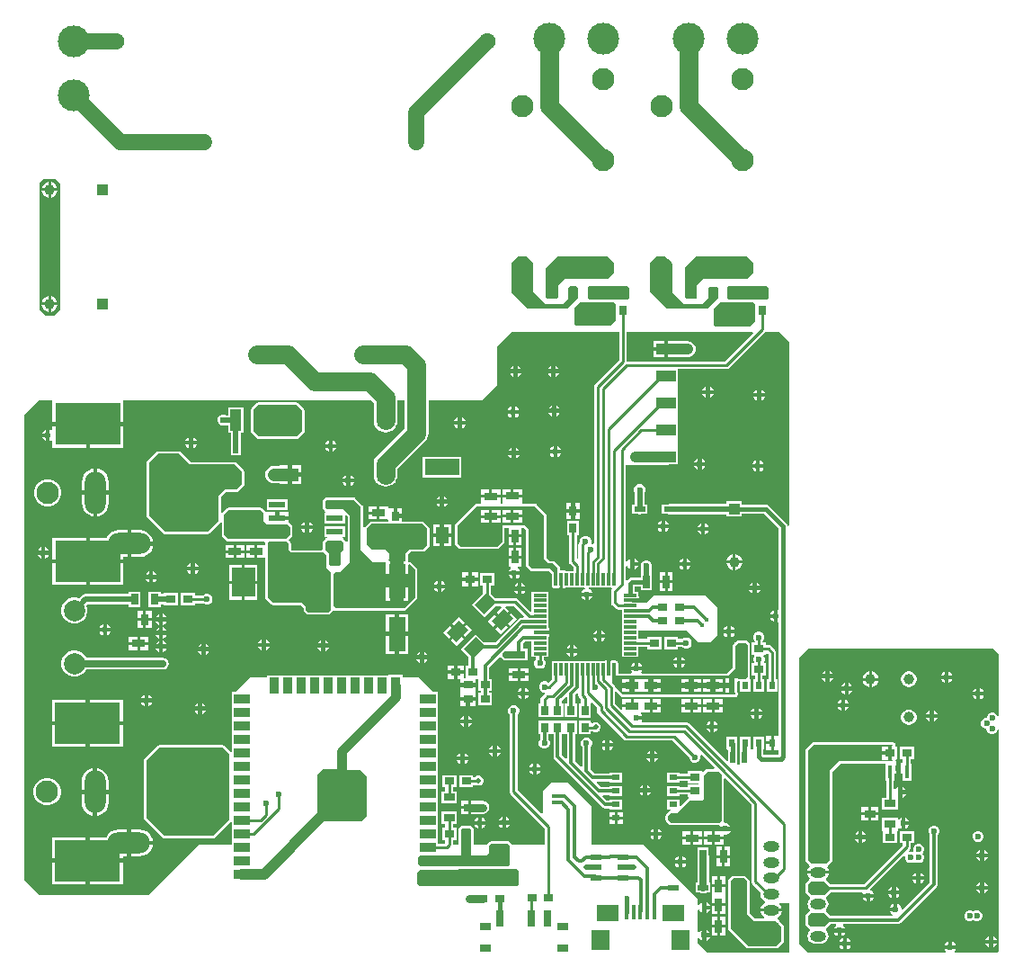
<source format=gtl>
G04*
G04 #@! TF.GenerationSoftware,Altium Limited,Altium Designer,23.4.1 (23)*
G04*
G04 Layer_Physical_Order=1*
G04 Layer_Color=255*
%FSLAX25Y25*%
%MOIN*%
G70*
G04*
G04 #@! TF.SameCoordinates,A51C0158-4689-45C6-BA85-3C71187D63DA*
G04*
G04*
G04 #@! TF.FilePolarity,Positive*
G04*
G01*
G75*
%ADD21C,0.01000*%
%ADD61C,0.08268*%
%ADD64C,0.01968*%
%ADD66R,0.03800X0.03100*%
%ADD67R,0.04331X0.03150*%
%ADD68R,0.01693X0.04921*%
%ADD69R,0.04724X0.01181*%
%ADD70R,0.01181X0.04724*%
%ADD71R,0.17323X0.12992*%
%ADD72R,0.24410X0.15354*%
%ADD73R,0.05118X0.02756*%
%ADD74R,0.03150X0.04331*%
%ADD75R,0.06102X0.02362*%
%ADD76R,0.08500X0.10799*%
%ADD77R,0.05906X0.12598*%
%ADD78R,0.02165X0.04134*%
%ADD79R,0.04331X0.07874*%
%ADD80R,0.05984X0.04724*%
%ADD81R,0.04134X0.02165*%
%ADD82R,0.03100X0.03800*%
%ADD83R,0.07520X0.04095*%
%ADD84R,0.05906X0.03543*%
%ADD85R,0.03543X0.05906*%
%ADD86R,0.04134X0.04134*%
G04:AMPARAMS|DCode=87|XSize=62.99mil|YSize=49.21mil|CornerRadius=0mil|HoleSize=0mil|Usage=FLASHONLY|Rotation=45.000|XOffset=0mil|YOffset=0mil|HoleType=Round|Shape=Rectangle|*
%AMROTATEDRECTD87*
4,1,4,-0.00487,-0.03967,-0.03967,-0.00487,0.00487,0.03967,0.03967,0.00487,-0.00487,-0.03967,0.0*
%
%ADD87ROTATEDRECTD87*%

%ADD88R,0.06299X0.12598*%
%ADD89R,0.04724X0.06299*%
%ADD90R,0.12992X0.06299*%
%ADD91R,0.02756X0.05118*%
%ADD92R,0.02362X0.03150*%
%ADD93R,0.01968X0.03937*%
%ADD94R,0.03937X0.03150*%
%ADD95R,0.02756X0.05906*%
%ADD96R,0.07087X0.07480*%
%ADD97R,0.08268X0.06299*%
%ADD98R,0.01575X0.05315*%
%ADD99R,0.04331X0.02362*%
%ADD100R,0.03150X0.02362*%
%ADD101C,0.02500*%
%ADD102C,0.01200*%
%ADD103C,0.01100*%
%ADD104C,0.02000*%
%ADD105C,0.03000*%
%ADD106C,0.07000*%
%ADD107C,0.01500*%
%ADD108C,0.03500*%
%ADD109C,0.01470*%
%ADD110C,0.04500*%
%ADD111C,0.04000*%
%ADD112C,0.06000*%
%ADD113O,0.05906X0.03937*%
%ADD114C,0.03937*%
%ADD115C,0.06201*%
%ADD116C,0.11811*%
%ADD117R,0.03937X0.03937*%
%ADD118O,0.07087X0.14173*%
%ADD119O,0.07874X0.15748*%
%ADD120O,0.15748X0.07874*%
%ADD121C,0.07874*%
%ADD122C,0.05906*%
%ADD123C,0.01575*%
%ADD124R,0.03937X0.03937*%
%ADD125C,0.02362*%
%ADD126C,0.01772*%
G36*
X274068Y256858D02*
Y253433D01*
X271646Y251012D01*
X255488D01*
X253176Y248700D01*
X253176Y244179D01*
X252601Y243604D01*
X249294Y243604D01*
X248729Y244169D01*
X248729Y255153D01*
X252856Y259280D01*
X271646D01*
X274068Y256858D01*
D02*
G37*
G36*
X222592D02*
Y253433D01*
X220170Y251012D01*
X204012D01*
X201700Y248700D01*
X201700Y244179D01*
X201125Y243604D01*
X197817Y243604D01*
X197253Y244169D01*
X197253Y255153D01*
X201380Y259280D01*
X220170D01*
X222592Y256858D01*
D02*
G37*
G36*
X279780Y247739D02*
Y243986D01*
X279081Y243287D01*
X265054D01*
X264459Y243882D01*
Y248077D01*
X264856Y248474D01*
X279044D01*
X279780Y247739D01*
D02*
G37*
G36*
X227980D02*
Y243986D01*
X227281Y243287D01*
X213254D01*
X212659Y243882D01*
Y248077D01*
X213056Y248474D01*
X227244D01*
X227980Y247739D01*
D02*
G37*
G36*
X244092Y256739D02*
Y253433D01*
X244092Y246008D01*
X248500Y241600D01*
X255094D01*
X257429Y243934D01*
X257429Y247797D01*
X257743Y248111D01*
X260669D01*
X261063Y247716D01*
X261063Y243951D01*
X257012Y239900D01*
X241998D01*
X235824Y246074D01*
Y256862D01*
X238241Y259280D01*
X241551D01*
X244092Y256739D01*
D02*
G37*
G36*
X192592D02*
Y253433D01*
X192592Y246008D01*
X197000Y241600D01*
X203594D01*
X205271Y243277D01*
X205271Y247608D01*
X205943Y248280D01*
X208532D01*
X209148Y247664D01*
X209148Y244004D01*
X205044Y239900D01*
X190498D01*
X184324Y246074D01*
Y256862D01*
X186741Y259280D01*
X190051D01*
X192592Y256739D01*
D02*
G37*
G36*
X17000Y286300D02*
Y239700D01*
X14800Y237500D01*
X11400Y237500D01*
X9300Y239600D01*
X9300Y286500D01*
X10900Y288100D01*
X15200Y288100D01*
X17000Y286300D01*
D02*
G37*
G36*
X223100Y241519D02*
X223100Y235500D01*
X221200Y233600D01*
X208200D01*
X207600Y234200D01*
Y240000D01*
X209900Y242300D01*
X222320D01*
X223100Y241519D01*
D02*
G37*
G36*
X274900Y241420D02*
X274900Y235400D01*
X273000Y233500D01*
X260000D01*
X259400Y234100D01*
Y239900D01*
X261700Y242200D01*
X274119D01*
X274900Y241420D01*
D02*
G37*
G36*
X274047Y230938D02*
X263588Y220478D01*
X227226D01*
Y231400D01*
X273856D01*
X274047Y230938D01*
D02*
G37*
G36*
X287325Y227813D02*
Y159539D01*
X286825Y159490D01*
X286754Y159844D01*
X286390Y160390D01*
X279847Y166932D01*
X279301Y167297D01*
X278658Y167425D01*
X269916D01*
Y168611D01*
X264179D01*
Y167637D01*
X243000D01*
X242259Y167490D01*
X242248Y167483D01*
X240233D01*
Y163917D01*
X242248D01*
X242259Y163910D01*
X243000Y163763D01*
X264179D01*
Y162874D01*
X269916D01*
Y164060D01*
X277961D01*
X283518Y158503D01*
Y128448D01*
X283150Y128202D01*
Y126100D01*
Y123998D01*
X283518Y123752D01*
Y82017D01*
X283281Y81615D01*
X283018Y81615D01*
X281600D01*
Y79040D01*
Y76465D01*
X283018D01*
X283281Y76465D01*
X283518Y76063D01*
Y74713D01*
X277782D01*
Y76765D01*
X277981D01*
Y81315D01*
X274219D01*
Y76765D01*
X272981D01*
Y81315D01*
X269219D01*
Y79361D01*
X269211Y79349D01*
X269083Y78706D01*
Y76439D01*
X269081D01*
Y71102D01*
X268119D01*
Y76439D01*
X268117D01*
Y78706D01*
X268117Y78706D01*
X267989Y79349D01*
X267981Y79361D01*
Y81315D01*
X264219D01*
Y76765D01*
X264386D01*
X264750Y76439D01*
Y72394D01*
X264288Y72202D01*
X250245Y86245D01*
X249766Y86566D01*
X249200Y86678D01*
X232916D01*
X232696Y87178D01*
X232850Y87550D01*
X230800D01*
Y89050D01*
X232850D01*
X232649Y89535D01*
X232243Y89942D01*
X232450Y90442D01*
X235600D01*
Y92820D01*
Y95198D01*
X229600D01*
Y92820D01*
X229100D01*
Y92320D01*
X225541D01*
Y91403D01*
X225079Y91212D01*
X222778Y93512D01*
Y97971D01*
X223240Y98162D01*
X225051Y96351D01*
X225349Y96152D01*
X225700Y96082D01*
X267382D01*
X267734Y96152D01*
X268031Y96351D01*
X268230Y96649D01*
X268300Y97000D01*
Y97725D01*
X268230Y98076D01*
X268031Y98374D01*
X268018Y98383D01*
Y101535D01*
X268518Y101912D01*
X268645Y101892D01*
X268714Y101896D01*
X268781Y101882D01*
X269219D01*
Y98025D01*
X272981D01*
Y102575D01*
X272796D01*
X272605Y103037D01*
X272658Y103090D01*
X272857Y103387D01*
X272926Y103738D01*
Y115310D01*
X272857Y115662D01*
X272658Y115959D01*
X272400Y116217D01*
Y116220D01*
X272397D01*
X271958Y116659D01*
X271660Y116858D01*
X271309Y116928D01*
X268390D01*
X268039Y116858D01*
X267741Y116659D01*
X267302Y116220D01*
X267200D01*
Y116118D01*
X266734Y115651D01*
X266535Y115354D01*
X266465Y115003D01*
Y107062D01*
X264225Y104822D01*
X232714D01*
X232507Y105322D01*
X232649Y105464D01*
X232850Y105950D01*
X228750D01*
X228951Y105464D01*
X229093Y105322D01*
X228886Y104822D01*
X223997D01*
Y108629D01*
X223928Y108980D01*
X223780Y109201D01*
Y109329D01*
X223652D01*
X223431Y109477D01*
X223080Y109547D01*
X222111D01*
Y109629D01*
X221271D01*
Y109329D01*
X221199D01*
Y109201D01*
X221051Y108980D01*
X220981Y108629D01*
Y106267D01*
X220031D01*
X219918Y106833D01*
X219843Y106945D01*
Y109329D01*
X219771D01*
Y109629D01*
X218930D01*
Y109329D01*
X199545D01*
Y106855D01*
X199517Y106813D01*
X199408Y106267D01*
Y102827D01*
X198015Y101434D01*
X197879Y101571D01*
X197114Y101888D01*
X196286D01*
X195521Y101571D01*
X194936Y100986D01*
X194619Y100221D01*
Y99393D01*
X194936Y98628D01*
X195521Y98042D01*
X196286Y97725D01*
X196673D01*
X196830Y97311D01*
X196835Y97225D01*
X195555Y95945D01*
X195234Y95466D01*
X195122Y94900D01*
Y93750D01*
X194350D01*
Y88550D01*
X198850D01*
Y88550D01*
X199250D01*
Y88550D01*
X203750D01*
Y93750D01*
X203029D01*
Y94567D01*
X204509Y96046D01*
X204971Y95854D01*
Y93750D01*
X204250D01*
Y88550D01*
X208750D01*
Y93750D01*
X208029D01*
Y96867D01*
X208738Y97575D01*
X209200Y97384D01*
Y96722D01*
X209312Y96156D01*
X209633Y95676D01*
X210180Y95129D01*
Y93709D01*
X209408D01*
Y88509D01*
X213909D01*
Y93594D01*
X214344Y93865D01*
X216122Y92088D01*
Y90900D01*
X216234Y90334D01*
X216555Y89855D01*
X226043Y80366D01*
X226523Y80046D01*
X227088Y79933D01*
X244176D01*
X250319Y73790D01*
Y73386D01*
X250636Y72621D01*
X251221Y72036D01*
X251986Y71719D01*
X252814D01*
X253579Y72036D01*
X254164Y72621D01*
X254481Y73386D01*
Y74214D01*
X254383Y74452D01*
X254806Y74735D01*
X259668Y69874D01*
X259476Y69412D01*
X257001Y69412D01*
X256824Y69376D01*
X256652Y69343D01*
X256651Y69342D01*
X256650Y69342D01*
X256503Y69243D01*
X256354Y69144D01*
X255571Y68364D01*
X255112Y68554D01*
Y68554D01*
X249912D01*
Y67731D01*
X246717D01*
Y68185D01*
X242167D01*
Y64423D01*
X246717D01*
Y64877D01*
X249912D01*
Y64054D01*
X253844D01*
X254178Y63554D01*
X254177Y63552D01*
X249884D01*
Y62729D01*
X247528D01*
X247517Y62731D01*
X247517Y62731D01*
X246717D01*
Y63185D01*
X242167D01*
Y59423D01*
X246717D01*
Y59877D01*
X247508D01*
X247519Y59874D01*
X247519Y59874D01*
X249884D01*
Y59052D01*
X250054D01*
X250205Y58552D01*
X250051Y58449D01*
X247179Y55576D01*
X246717Y55768D01*
Y58185D01*
X242167D01*
Y54423D01*
X243294D01*
X243343Y53923D01*
X243047Y53864D01*
X242750Y53665D01*
X242269Y53185D01*
X242167D01*
Y53083D01*
X241813Y52729D01*
X241614Y52431D01*
X241545Y52080D01*
Y50528D01*
X241614Y50177D01*
X241813Y49879D01*
X242167Y49525D01*
Y49423D01*
X242269D01*
X242838Y48855D01*
X243136Y48656D01*
X243487Y48586D01*
X261272D01*
X261607Y48136D01*
X261612Y48100D01*
X261550Y47950D01*
X265650D01*
X265449Y48436D01*
X264836Y49049D01*
X264034Y49381D01*
X263394D01*
X263112Y49859D01*
X263148Y49912D01*
X263218Y50263D01*
Y65671D01*
X263680Y65862D01*
X273422Y56120D01*
Y27770D01*
X273534Y27204D01*
X273855Y26725D01*
X276916Y23663D01*
X276822Y22954D01*
X276921Y22206D01*
X277210Y21508D01*
X277670Y20909D01*
X278269Y20449D01*
X278565Y20326D01*
X278565Y19785D01*
X278219Y19642D01*
X277599Y19166D01*
X277123Y18546D01*
X276824Y17824D01*
X276787Y17549D01*
X280700D01*
X284613D01*
X284576Y17824D01*
X284277Y18546D01*
X283801Y19166D01*
X283646Y19285D01*
X283816Y19785D01*
X287400D01*
Y1427D01*
X256973D01*
X253500Y4900D01*
Y6688D01*
X254000Y6787D01*
X254051Y6664D01*
X254664Y6051D01*
X255150Y5850D01*
Y7900D01*
Y9950D01*
X254664Y9749D01*
X254051Y9136D01*
X254000Y9013D01*
X253500Y9112D01*
Y17130D01*
X254000Y17229D01*
X254151Y16864D01*
X254765Y16251D01*
X255250Y16050D01*
Y18100D01*
Y20150D01*
X254765Y19949D01*
X254151Y19335D01*
X254000Y18971D01*
X253500Y19071D01*
Y21200D01*
X233300Y41400D01*
X214141D01*
X214100Y41500D01*
Y55600D01*
X205500Y64200D01*
X199100D01*
X196000Y61100D01*
Y53044D01*
X195538Y52853D01*
X186678Y61712D01*
Y89535D01*
X186964Y89821D01*
X187281Y90586D01*
Y91414D01*
X186964Y92179D01*
X186379Y92764D01*
X185614Y93081D01*
X184786D01*
X184021Y92764D01*
X183436Y92179D01*
X183119Y91414D01*
Y90586D01*
X183436Y89821D01*
X183722Y89535D01*
Y61100D01*
X183834Y60534D01*
X184155Y60055D01*
X196757Y47452D01*
Y41400D01*
X184658D01*
X184648Y41451D01*
X184573Y41563D01*
X184449Y41749D01*
X183749Y42449D01*
X183451Y42648D01*
X183100Y42718D01*
X177000D01*
X176649Y42648D01*
X176351Y42449D01*
X175455Y41553D01*
X175353Y41400D01*
X170465D01*
Y46950D01*
X170395Y47301D01*
X170247Y47522D01*
Y47650D01*
X170145D01*
X169666Y48129D01*
X169369Y48328D01*
X169018Y48398D01*
X166278D01*
X165926Y48328D01*
X165629Y48129D01*
X165150Y47650D01*
X165048D01*
Y47528D01*
X164888Y47289D01*
X164818Y46938D01*
Y41400D01*
X162775D01*
Y43150D01*
X163947D01*
Y47650D01*
X162775D01*
Y49125D01*
X164213D01*
Y53675D01*
X158482D01*
Y49125D01*
X159920D01*
Y47650D01*
X158747D01*
Y43150D01*
X159920D01*
Y41939D01*
X159819Y41838D01*
X156972D01*
Y42882D01*
X156972D01*
Y42939D01*
X156972D01*
Y47882D01*
X156972D01*
Y47939D01*
X156972D01*
Y52882D01*
X156972D01*
Y52939D01*
X156972D01*
Y57882D01*
X156972D01*
Y57939D01*
X156972D01*
Y62882D01*
X156972D01*
Y62939D01*
X156972D01*
Y67882D01*
X156972D01*
Y67939D01*
X156972D01*
Y72882D01*
X156972D01*
Y72939D01*
X156972D01*
Y77882D01*
X156972D01*
Y77939D01*
X156972D01*
Y82882D01*
X156972D01*
Y82939D01*
X156972D01*
Y87882D01*
X156972D01*
Y87939D01*
X156972D01*
Y92882D01*
X156972D01*
Y92939D01*
X156972D01*
Y97882D01*
X155572D01*
X150170Y103284D01*
X144142D01*
Y104284D01*
X138599D01*
Y103984D01*
X133899D01*
Y103984D01*
X133842D01*
Y103984D01*
X128899D01*
Y103984D01*
X128842D01*
Y103984D01*
X123899D01*
Y103984D01*
X123842D01*
Y103984D01*
X118899D01*
Y103984D01*
X118842D01*
Y103984D01*
X113899D01*
Y103984D01*
X113842D01*
Y103984D01*
X108899D01*
Y103984D01*
X108842D01*
Y103984D01*
X103899D01*
Y103984D01*
X103842D01*
Y103984D01*
X98899D01*
X98842Y104063D01*
Y104063D01*
X93899D01*
Y103284D01*
X87571D01*
X82169Y97882D01*
X80769D01*
Y92939D01*
X80769D01*
Y92882D01*
X80769D01*
Y87939D01*
X80769D01*
Y87882D01*
X80769D01*
Y82939D01*
X80769D01*
Y82882D01*
X80769D01*
Y77939D01*
X80769D01*
Y77882D01*
X80769D01*
Y75941D01*
X80269Y75748D01*
X78043Y77974D01*
X77745Y78173D01*
X77394Y78243D01*
X53772D01*
X53421Y78173D01*
X53123Y77974D01*
X48399Y73250D01*
X48200Y72952D01*
X48130Y72601D01*
Y51341D01*
X48200Y50990D01*
X48399Y50692D01*
X55092Y43999D01*
X55389Y43800D01*
X55740Y43730D01*
X73851D01*
X74202Y43800D01*
X74499Y43999D01*
X80269Y49768D01*
X80769Y49576D01*
Y47939D01*
X80769D01*
Y47882D01*
X80769D01*
Y42939D01*
X80769D01*
Y42882D01*
X80769D01*
Y41400D01*
X68400D01*
X49846Y22846D01*
X9154D01*
X3800Y28200D01*
X3800Y200601D01*
X9099Y205900D01*
X13668D01*
X14156Y205871D01*
X14156Y205400D01*
Y197944D01*
X27361D01*
X40565D01*
Y205400D01*
X40565Y205871D01*
X41053Y205900D01*
X132524D01*
X133311Y205113D01*
Y198590D01*
X133462Y197441D01*
X133906Y196371D01*
X134057Y196174D01*
Y195527D01*
X134553D01*
X134611Y195451D01*
X135530Y194746D01*
X136600Y194303D01*
X137749Y194152D01*
X138898Y194303D01*
X139968Y194746D01*
X140887Y195451D01*
X140945Y195527D01*
X141441D01*
Y196174D01*
X141593Y196371D01*
X142036Y197441D01*
X142187Y198590D01*
Y205900D01*
X144762D01*
Y195662D01*
X134611Y185511D01*
X133906Y184592D01*
X133462Y183522D01*
X133311Y182373D01*
Y178511D01*
X133462Y177362D01*
X133906Y176292D01*
X134057Y176095D01*
Y175449D01*
X134553D01*
X134611Y175373D01*
X135530Y174668D01*
X136600Y174224D01*
X137749Y174073D01*
X138898Y174224D01*
X139968Y174668D01*
X140887Y175373D01*
X140945Y175449D01*
X141441D01*
Y176095D01*
X141593Y176292D01*
X142036Y177362D01*
X142187Y178511D01*
Y180535D01*
X152338Y190686D01*
X153043Y191605D01*
X153487Y192675D01*
X153638Y193824D01*
Y205900D01*
X173400D01*
X179000Y211500D01*
Y226000D01*
X184400Y231400D01*
X224269D01*
Y220958D01*
X215454Y212142D01*
X215133Y211663D01*
X215021Y211097D01*
Y153102D01*
X214592Y152786D01*
X214204Y152886D01*
X213937Y153286D01*
Y154114D01*
X213620Y154879D01*
X213035Y155464D01*
X212270Y155781D01*
X211442D01*
X210677Y155464D01*
X210091Y154879D01*
X209775Y154114D01*
Y153638D01*
X209669Y153532D01*
X209360Y153069D01*
X209251Y152523D01*
X209251Y152522D01*
Y147468D01*
X208751Y147201D01*
X208665Y147258D01*
Y156150D01*
X209487D01*
Y161350D01*
X204987D01*
Y156150D01*
X205810D01*
Y146302D01*
X205810Y146302D01*
X205919Y145755D01*
X206228Y145292D01*
X207282Y144238D01*
Y142794D01*
X204395D01*
Y143094D01*
X202344D01*
Y143921D01*
X202274Y144272D01*
X202075Y144570D01*
X200396Y146249D01*
X200099Y146448D01*
X199748Y146518D01*
X198528D01*
X197465Y147580D01*
Y163500D01*
X197395Y163851D01*
X197196Y164149D01*
X193896Y167449D01*
X193599Y167648D01*
X193247Y167718D01*
X188488D01*
X188306Y168143D01*
X188306Y168218D01*
Y170020D01*
X184748D01*
X181188D01*
Y168218D01*
X181188Y168143D01*
X181041Y167797D01*
X180672Y167778D01*
X180306Y168170D01*
Y169980D01*
X176748D01*
X173188D01*
Y168218D01*
X173188Y168102D01*
X172910Y167718D01*
X171586D01*
X171235Y167648D01*
X170937Y167449D01*
X163684Y160196D01*
X163586Y160050D01*
X163488Y159904D01*
X163487Y159901D01*
X163486Y159899D01*
X163451Y159725D01*
X163416Y159553D01*
X163374Y152878D01*
X163374Y152877D01*
X163374Y152875D01*
X163408Y152702D01*
X163441Y152527D01*
X163442Y152525D01*
X163442Y152524D01*
X163541Y152375D01*
X163638Y152228D01*
X163640Y152227D01*
X163640Y152226D01*
X164706Y151153D01*
X164707Y151152D01*
X164708Y151151D01*
X164855Y151053D01*
X165003Y150953D01*
X165005Y150953D01*
X165006Y150952D01*
X165181Y150917D01*
X165354Y150882D01*
X165356Y150883D01*
X165357Y150882D01*
X171547D01*
X179048Y150882D01*
X179399Y150952D01*
X179696Y151151D01*
X181596Y153051D01*
X181795Y153349D01*
X181865Y153700D01*
X181865Y158682D01*
X183374Y158682D01*
Y156276D01*
X188130D01*
Y158682D01*
X189067D01*
X189730Y158020D01*
Y144900D01*
X189800Y144549D01*
X189999Y144251D01*
X191299Y142951D01*
X191596Y142752D01*
X191947Y142682D01*
X198359D01*
X199328Y141714D01*
Y137369D01*
X199397Y137018D01*
X199545Y136797D01*
Y136669D01*
X199673D01*
X199894Y136521D01*
X200245Y136451D01*
X201214D01*
Y136369D01*
X202054D01*
Y136669D01*
X202127D01*
Y136797D01*
X202274Y137018D01*
X202344Y137369D01*
Y139731D01*
X203482D01*
Y136669D01*
X203554D01*
Y136369D01*
X204395D01*
Y136669D01*
X211596D01*
X211696Y136169D01*
X211164Y135949D01*
X210551Y135336D01*
X210350Y134850D01*
X214450D01*
X214249Y135336D01*
X213635Y135949D01*
X213104Y136169D01*
X213204Y136669D01*
X221388D01*
X221656Y136169D01*
X221534Y135987D01*
X221422Y135422D01*
Y131000D01*
X221534Y130434D01*
X221855Y129955D01*
X222944Y128865D01*
X223424Y128545D01*
X223989Y128432D01*
X225333D01*
Y126630D01*
Y122693D01*
Y118756D01*
Y114819D01*
Y110882D01*
X231457D01*
Y114631D01*
X233901D01*
X233947Y114622D01*
X234748D01*
Y113850D01*
X239948D01*
Y118350D01*
X234748D01*
Y117578D01*
X233985D01*
X233938Y117588D01*
X231457D01*
Y120800D01*
X249300Y120800D01*
X253700Y116400D01*
X258100D01*
X260700Y119000D01*
Y129400D01*
X256300Y133800D01*
X237100D01*
X234300Y131000D01*
X231757D01*
Y131107D01*
X231457D01*
Y131180D01*
X229084D01*
X228939Y131277D01*
X228395Y131385D01*
Y132321D01*
X228947Y132431D01*
X229103Y132535D01*
X231457D01*
Y132607D01*
X231757D01*
Y133448D01*
X231457D01*
Y135116D01*
X229985D01*
Y137118D01*
X232322D01*
Y135541D01*
X236478D01*
Y142059D01*
X236337D01*
Y143939D01*
X236481Y144286D01*
Y145114D01*
X236164Y145879D01*
X235579Y146464D01*
X234814Y146781D01*
X233986D01*
X233221Y146464D01*
X232636Y145879D01*
X232319Y145114D01*
Y144286D01*
X232463Y143939D01*
Y142059D01*
X232322D01*
Y140482D01*
X229181D01*
X228538Y140354D01*
X227992Y139990D01*
X227278Y139276D01*
X226778Y139483D01*
Y144482D01*
X227278Y144581D01*
X227451Y144165D01*
X228064Y143551D01*
X228550Y143350D01*
Y145400D01*
Y147450D01*
X228064Y147249D01*
X227451Y146635D01*
X227278Y146219D01*
X226778Y146318D01*
Y181975D01*
X230448D01*
X231205Y182075D01*
X231205Y182075D01*
X241289D01*
X241648Y182028D01*
X242405Y182127D01*
X242707Y182253D01*
X246207D01*
Y187747D01*
Y192253D01*
Y197747D01*
X246207D01*
X246207Y197747D01*
Y202253D01*
X246207D01*
X246207D01*
Y207747D01*
Y212253D01*
Y217522D01*
X264200D01*
X264766Y217634D01*
X265245Y217955D01*
X278593Y231302D01*
X278658Y231400D01*
X283737D01*
X287325Y227813D01*
D02*
G37*
G36*
X196547Y163500D02*
Y147200D01*
X198147Y145600D01*
X199748D01*
X201426Y143921D01*
Y137369D01*
X200245D01*
Y142094D01*
X198739Y143600D01*
X191947D01*
X190647Y144900D01*
Y158400D01*
X189447Y159600D01*
X180947Y159600D01*
X180947Y153700D01*
X179048Y151800D01*
X171547Y151800D01*
X165357D01*
X164291Y152872D01*
X164333Y159547D01*
X171586Y166800D01*
X193247D01*
X196547Y163500D01*
D02*
G37*
G36*
X272009Y115310D02*
Y103738D01*
X271070Y102800D01*
X268781Y102800D01*
X268281Y102875D01*
Y102875D01*
X268281Y102875D01*
X267100D01*
Y100300D01*
Y97725D01*
X267382D01*
Y97000D01*
X225700D01*
X222720Y99980D01*
X222666Y100252D01*
X222345Y100732D01*
X221899Y101178D01*
Y108629D01*
X223080D01*
Y103905D01*
X264605D01*
X267382Y106682D01*
Y115003D01*
X268390Y116010D01*
X271309D01*
X272009Y115310D01*
D02*
G37*
G36*
X365170Y111879D02*
Y89082D01*
X364670Y88983D01*
X364464Y89479D01*
X363879Y90064D01*
X363114Y90381D01*
X362286D01*
X361521Y90064D01*
X360936Y89479D01*
X360619Y88714D01*
Y88381D01*
X360186D01*
X359421Y88064D01*
X358836Y87479D01*
X358519Y86714D01*
Y85886D01*
X358836Y85121D01*
X359421Y84536D01*
X360186Y84219D01*
X360519D01*
Y83986D01*
X360836Y83221D01*
X361421Y82636D01*
X362186Y82319D01*
X363014D01*
X363779Y82636D01*
X364364Y83221D01*
X364681Y83986D01*
X365170Y83958D01*
Y2118D01*
X364479Y1428D01*
X348919D01*
X348712Y1928D01*
X348949Y2165D01*
X349150Y2650D01*
X345050D01*
X345251Y2165D01*
X345488Y1928D01*
X345281Y1428D01*
X294290Y1427D01*
X291000Y4717D01*
Y110690D01*
X294285Y113974D01*
X363075Y113974D01*
X365170Y111879D01*
D02*
G37*
G36*
X128400Y69100D02*
X130900Y66600D01*
Y52000D01*
X129075Y50175D01*
X112496D01*
X112300Y50371D01*
Y67100D01*
X114400Y69200D01*
X128400Y69100D01*
D02*
G37*
G36*
X262300Y67282D02*
Y50263D01*
X261540Y49503D01*
X243487D01*
X242462Y50528D01*
Y52080D01*
X243398Y53016D01*
X245916D01*
X250700Y57800D01*
X254933Y57800D01*
X255635Y58503D01*
X255665Y67162D01*
X257001Y68494D01*
X261087Y68494D01*
X262300Y67282D01*
D02*
G37*
G36*
X79756Y74963D02*
Y69058D01*
Y50554D01*
X73851Y44648D01*
X55740D01*
X49047Y51341D01*
Y72601D01*
X53772Y77325D01*
X77394D01*
X79756Y74963D01*
D02*
G37*
G36*
X169547Y46950D02*
Y37504D01*
X175104D01*
X176104Y38504D01*
Y40904D01*
X177000Y41800D01*
X183100D01*
X183800Y41100D01*
X183800Y34168D01*
X183071Y33438D01*
X150567Y33438D01*
X149783Y34222D01*
Y36598D01*
X150689Y37504D01*
X165736D01*
Y46938D01*
X166278Y47480D01*
X169018D01*
X169547Y46950D01*
D02*
G37*
G36*
X187200Y31400D02*
Y26800D01*
X186400Y26000D01*
X186367Y26033D01*
X179042D01*
X150367Y26033D01*
X149323Y27077D01*
Y31139D01*
X150363Y32178D01*
X178656Y32244D01*
X186356D01*
X187200Y31400D01*
D02*
G37*
%LPC*%
G36*
X13643Y286962D02*
Y284523D01*
X16082D01*
X15909Y285169D01*
X15518Y285845D01*
X14965Y286398D01*
X14289Y286789D01*
X13643Y286962D01*
D02*
G37*
G36*
X12643D02*
X11997Y286789D01*
X11320Y286398D01*
X10767Y285845D01*
X10377Y285169D01*
X10204Y284523D01*
X12643D01*
Y286962D01*
D02*
G37*
G36*
X16082Y283523D02*
X13643D01*
Y281083D01*
X14289Y281257D01*
X14965Y281647D01*
X15518Y282200D01*
X15909Y282877D01*
X16082Y283523D01*
D02*
G37*
G36*
X12643D02*
X10204D01*
X10377Y282877D01*
X10767Y282200D01*
X11320Y281647D01*
X11997Y281257D01*
X12643Y281083D01*
Y283523D01*
D02*
G37*
G36*
X13643Y244639D02*
Y242200D01*
X16082D01*
X15909Y242846D01*
X15518Y243523D01*
X14965Y244075D01*
X14289Y244466D01*
X13643Y244639D01*
D02*
G37*
G36*
X12643D02*
X11997Y244466D01*
X11320Y244075D01*
X10767Y243523D01*
X10377Y242846D01*
X10204Y242200D01*
X12643D01*
Y244639D01*
D02*
G37*
G36*
X16082Y241200D02*
X13643D01*
Y238761D01*
X14289Y238934D01*
X14965Y239324D01*
X15518Y239877D01*
X15909Y240554D01*
X16082Y241200D01*
D02*
G37*
G36*
X12643D02*
X10204D01*
X10377Y240554D01*
X10767Y239877D01*
X11320Y239324D01*
X11997Y238934D01*
X12643Y238761D01*
Y241200D01*
D02*
G37*
G36*
X240998Y228047D02*
X236988D01*
Y225750D01*
X240998D01*
Y228047D01*
D02*
G37*
G36*
X246507D02*
X242497D01*
Y225000D01*
Y221953D01*
X246507D01*
Y222075D01*
X249800D01*
X250557Y222175D01*
X251262Y222467D01*
X251868Y222932D01*
X252333Y223537D01*
X252625Y224243D01*
X252725Y225000D01*
X252625Y225757D01*
X252333Y226463D01*
X251868Y227068D01*
X251262Y227533D01*
X250557Y227825D01*
X249800Y227925D01*
X246507D01*
Y228047D01*
D02*
G37*
G36*
X240998Y224250D02*
X236988D01*
Y221953D01*
X240998D01*
Y224250D01*
D02*
G37*
G36*
X186750Y218950D02*
Y217650D01*
X188050D01*
X187849Y218135D01*
X187235Y218749D01*
X186750Y218950D01*
D02*
G37*
G36*
X185250D02*
X184765Y218749D01*
X184151Y218135D01*
X183950Y217650D01*
X185250D01*
Y218950D01*
D02*
G37*
G36*
X200750Y218850D02*
Y217550D01*
X202050D01*
X201849Y218036D01*
X201236Y218649D01*
X200750Y218850D01*
D02*
G37*
G36*
X199250D02*
X198765Y218649D01*
X198151Y218036D01*
X197950Y217550D01*
X199250D01*
Y218850D01*
D02*
G37*
G36*
X188050Y216150D02*
X186750D01*
Y214850D01*
X187235Y215051D01*
X187849Y215665D01*
X188050Y216150D01*
D02*
G37*
G36*
X185250D02*
X183950D01*
X184151Y215665D01*
X184765Y215051D01*
X185250Y214850D01*
Y216150D01*
D02*
G37*
G36*
X202050Y216050D02*
X200750D01*
Y214750D01*
X201236Y214951D01*
X201849Y215564D01*
X202050Y216050D01*
D02*
G37*
G36*
X199250D02*
X197950D01*
X198151Y215564D01*
X198765Y214951D01*
X199250Y214750D01*
Y216050D01*
D02*
G37*
G36*
X258050Y211150D02*
Y209850D01*
X259350D01*
X259149Y210335D01*
X258536Y210949D01*
X258050Y211150D01*
D02*
G37*
G36*
X256550D02*
X256065Y210949D01*
X255451Y210335D01*
X255250Y209850D01*
X256550D01*
Y211150D01*
D02*
G37*
G36*
X277050Y210050D02*
Y208750D01*
X278350D01*
X278149Y209236D01*
X277536Y209849D01*
X277050Y210050D01*
D02*
G37*
G36*
X275550D02*
X275064Y209849D01*
X274451Y209236D01*
X274250Y208750D01*
X275550D01*
Y210050D01*
D02*
G37*
G36*
X259350Y208350D02*
X258050D01*
Y207050D01*
X258536Y207251D01*
X259149Y207864D01*
X259350Y208350D01*
D02*
G37*
G36*
X256550D02*
X255250D01*
X255451Y207864D01*
X256065Y207251D01*
X256550Y207050D01*
Y208350D01*
D02*
G37*
G36*
X278350Y207250D02*
X277050D01*
Y205950D01*
X277536Y206151D01*
X278149Y206765D01*
X278350Y207250D01*
D02*
G37*
G36*
X275550D02*
X274250D01*
X274451Y206765D01*
X275064Y206151D01*
X275550Y205950D01*
Y207250D01*
D02*
G37*
G36*
X200950Y204250D02*
Y202950D01*
X202250D01*
X202049Y203435D01*
X201435Y204049D01*
X200950Y204250D01*
D02*
G37*
G36*
X199450D02*
X198965Y204049D01*
X198351Y203435D01*
X198150Y202950D01*
X199450D01*
Y204250D01*
D02*
G37*
G36*
X185850Y203750D02*
Y202450D01*
X187150D01*
X186949Y202936D01*
X186336Y203549D01*
X185850Y203750D01*
D02*
G37*
G36*
X184350D02*
X183864Y203549D01*
X183251Y202936D01*
X183050Y202450D01*
X184350D01*
Y203750D01*
D02*
G37*
G36*
X85103Y203208D02*
X79372D01*
Y200508D01*
X78813D01*
X78512Y200568D01*
X78329D01*
X77814Y200781D01*
X76986D01*
X76221Y200464D01*
X75636Y199879D01*
X75319Y199114D01*
Y198286D01*
X75636Y197521D01*
X76221Y196936D01*
X76986Y196619D01*
X77814D01*
X77994Y196694D01*
X78271D01*
X78572Y196634D01*
X79372D01*
Y193934D01*
X80300D01*
Y193134D01*
X80300Y193133D01*
Y188353D01*
X80448Y187612D01*
X80455Y187601D01*
Y185587D01*
X84020D01*
Y187601D01*
X84027Y187612D01*
X84175Y188353D01*
Y193134D01*
X84175Y193134D01*
Y193934D01*
X85103D01*
Y203208D01*
D02*
G37*
G36*
X202250Y201450D02*
X200950D01*
Y200150D01*
X201435Y200351D01*
X202049Y200964D01*
X202250Y201450D01*
D02*
G37*
G36*
X199450D02*
X198150D01*
X198351Y200964D01*
X198965Y200351D01*
X199450Y200150D01*
Y201450D01*
D02*
G37*
G36*
X187150Y200950D02*
X185850D01*
Y199650D01*
X186336Y199851D01*
X186949Y200465D01*
X187150Y200950D01*
D02*
G37*
G36*
X184350D02*
X183050D01*
X183251Y200465D01*
X183864Y199851D01*
X184350Y199650D01*
Y200950D01*
D02*
G37*
G36*
X166050Y199750D02*
Y198450D01*
X167350D01*
X167149Y198935D01*
X166535Y199549D01*
X166050Y199750D01*
D02*
G37*
G36*
X164550D02*
X164065Y199549D01*
X163451Y198935D01*
X163250Y198450D01*
X164550D01*
Y199750D01*
D02*
G37*
G36*
X167350Y196950D02*
X166050D01*
Y195650D01*
X166535Y195851D01*
X167149Y196465D01*
X167350Y196950D01*
D02*
G37*
G36*
X164550D02*
X163250D01*
X163451Y196465D01*
X164065Y195851D01*
X164550Y195650D01*
Y196950D01*
D02*
G37*
G36*
X26611Y196444D02*
X14156D01*
Y195182D01*
X13656Y194982D01*
X13250Y195150D01*
Y193100D01*
Y191050D01*
X13656Y191218D01*
X14156Y191018D01*
Y188516D01*
X26611D01*
Y196444D01*
D02*
G37*
G36*
X11750Y195150D02*
X11265Y194949D01*
X10651Y194335D01*
X10450Y193850D01*
X11750D01*
Y195150D01*
D02*
G37*
G36*
X104777Y205197D02*
X90505Y205197D01*
X90154Y205127D01*
X89856Y204928D01*
X87986Y203058D01*
X87787Y202761D01*
X87717Y202410D01*
Y194732D01*
X87787Y194381D01*
X87986Y194083D01*
X90151Y191918D01*
X90449Y191719D01*
X90800Y191649D01*
X104875Y191649D01*
X105226Y191719D01*
X105524Y191918D01*
X107394Y193788D01*
X107593Y194086D01*
X107663Y194437D01*
Y202311D01*
X107593Y202662D01*
X107394Y202960D01*
X105426Y204928D01*
X105128Y205127D01*
X104777Y205197D01*
D02*
G37*
G36*
X66350Y192350D02*
Y191050D01*
X67650D01*
X67449Y191535D01*
X66835Y192149D01*
X66350Y192350D01*
D02*
G37*
G36*
X64850D02*
X64364Y192149D01*
X63751Y191535D01*
X63550Y191050D01*
X64850D01*
Y192350D01*
D02*
G37*
G36*
X11750Y192350D02*
X10450D01*
X10651Y191865D01*
X11265Y191251D01*
X11750Y191050D01*
Y192350D01*
D02*
G37*
G36*
X118150Y191150D02*
Y189850D01*
X119450D01*
X119249Y190336D01*
X118635Y190949D01*
X118150Y191150D01*
D02*
G37*
G36*
X116650D02*
X116165Y190949D01*
X115551Y190336D01*
X115350Y189850D01*
X116650D01*
Y191150D01*
D02*
G37*
G36*
X40565Y196444D02*
X28111D01*
Y188516D01*
X40565D01*
Y196444D01*
D02*
G37*
G36*
X67650Y189550D02*
X66350D01*
Y188250D01*
X66835Y188451D01*
X67449Y189065D01*
X67650Y189550D01*
D02*
G37*
G36*
X64850D02*
X63550D01*
X63751Y189065D01*
X64364Y188451D01*
X64850Y188250D01*
Y189550D01*
D02*
G37*
G36*
X201450Y189050D02*
Y187750D01*
X202750D01*
X202549Y188235D01*
X201936Y188849D01*
X201450Y189050D01*
D02*
G37*
G36*
X199950D02*
X199464Y188849D01*
X198851Y188235D01*
X198650Y187750D01*
X199950D01*
Y189050D01*
D02*
G37*
G36*
X186050Y188650D02*
Y187350D01*
X187350D01*
X187149Y187836D01*
X186536Y188449D01*
X186050Y188650D01*
D02*
G37*
G36*
X184550D02*
X184064Y188449D01*
X183451Y187836D01*
X183250Y187350D01*
X184550D01*
Y188650D01*
D02*
G37*
G36*
X119450Y188350D02*
X118150D01*
Y187050D01*
X118635Y187251D01*
X119249Y187864D01*
X119450Y188350D01*
D02*
G37*
G36*
X116650D02*
X115350D01*
X115551Y187864D01*
X116165Y187251D01*
X116650Y187050D01*
Y188350D01*
D02*
G37*
G36*
X202750Y186250D02*
X201450D01*
Y184950D01*
X201936Y185151D01*
X202549Y185765D01*
X202750Y186250D01*
D02*
G37*
G36*
X199950D02*
X198650D01*
X198851Y185765D01*
X199464Y185151D01*
X199950Y184950D01*
Y186250D01*
D02*
G37*
G36*
X187350Y185850D02*
X186050D01*
Y184550D01*
X186536Y184751D01*
X187149Y185364D01*
X187350Y185850D01*
D02*
G37*
G36*
X184550D02*
X183250D01*
X183451Y185364D01*
X184064Y184751D01*
X184550Y184550D01*
Y185850D01*
D02*
G37*
G36*
X254950Y184450D02*
Y183150D01*
X256250D01*
X256049Y183635D01*
X255435Y184249D01*
X254950Y184450D01*
D02*
G37*
G36*
X253450D02*
X252964Y184249D01*
X252351Y183635D01*
X252150Y183150D01*
X253450D01*
Y184450D01*
D02*
G37*
G36*
X276550Y183750D02*
Y182450D01*
X277850D01*
X277649Y182936D01*
X277035Y183549D01*
X276550Y183750D01*
D02*
G37*
G36*
X275050D02*
X274565Y183549D01*
X273951Y182936D01*
X273750Y182450D01*
X275050D01*
Y183750D01*
D02*
G37*
G36*
X256250Y181650D02*
X254950D01*
Y180350D01*
X255435Y180551D01*
X256049Y181165D01*
X256250Y181650D01*
D02*
G37*
G36*
X253450D02*
X252150D01*
X252351Y181165D01*
X252964Y180551D01*
X253450Y180350D01*
Y181650D01*
D02*
G37*
G36*
X277850Y180950D02*
X276550D01*
Y179650D01*
X277035Y179851D01*
X277649Y180464D01*
X277850Y180950D01*
D02*
G37*
G36*
X275050D02*
X273750D01*
X273951Y180464D01*
X274565Y179851D01*
X275050Y179650D01*
Y180950D01*
D02*
G37*
G36*
X106308Y181873D02*
X103066D01*
Y179261D01*
X106308D01*
Y181873D01*
D02*
G37*
G36*
X165844Y185048D02*
X151451D01*
Y177349D01*
X165844D01*
Y185048D01*
D02*
G37*
G36*
X124650Y178350D02*
Y177050D01*
X125950D01*
X125749Y177535D01*
X125136Y178149D01*
X124650Y178350D01*
D02*
G37*
G36*
X123150D02*
X122664Y178149D01*
X122051Y177535D01*
X121850Y177050D01*
X123150D01*
Y178350D01*
D02*
G37*
G36*
X106308Y177761D02*
X103066D01*
Y175149D01*
X106308D01*
Y177761D01*
D02*
G37*
G36*
X101566Y181873D02*
X98324D01*
Y181688D01*
X96300D01*
X95478Y181580D01*
X94711Y181262D01*
X94053Y180757D01*
X93549Y180099D01*
X93231Y179333D01*
X93123Y178511D01*
X93231Y177689D01*
X93549Y176922D01*
X94053Y176264D01*
X94711Y175759D01*
X95478Y175442D01*
X96300Y175334D01*
X98324D01*
Y175149D01*
X101566D01*
Y178511D01*
Y181873D01*
D02*
G37*
G36*
X125950Y175550D02*
X124650D01*
Y174250D01*
X125136Y174451D01*
X125749Y175065D01*
X125950Y175550D01*
D02*
G37*
G36*
X123150D02*
X121850D01*
X122051Y175065D01*
X122664Y174451D01*
X123150Y174250D01*
Y175550D01*
D02*
G37*
G36*
X30867Y180618D02*
Y172550D01*
X35096D01*
Y175737D01*
X34927Y177026D01*
X34429Y178227D01*
X33638Y179258D01*
X32606Y180050D01*
X31405Y180547D01*
X30867Y180618D01*
D02*
G37*
G36*
X29366D02*
X28828Y180547D01*
X27627Y180050D01*
X26595Y179258D01*
X25804Y178227D01*
X25307Y177026D01*
X25137Y175737D01*
Y172550D01*
X29366D01*
Y180618D01*
D02*
G37*
G36*
X188306Y172898D02*
X185248D01*
Y171020D01*
X188306D01*
Y172898D01*
D02*
G37*
G36*
X184248D02*
X181188D01*
Y171020D01*
X184248D01*
Y172898D01*
D02*
G37*
G36*
X180306Y172858D02*
X177248D01*
Y170980D01*
X180306D01*
Y172858D01*
D02*
G37*
G36*
X176248D02*
X173188D01*
Y170980D01*
X176248D01*
Y172858D01*
D02*
G37*
G36*
X159397Y170650D02*
Y169350D01*
X160698D01*
X160496Y169835D01*
X159883Y170449D01*
X159397Y170650D01*
D02*
G37*
G36*
X157897D02*
X157412Y170449D01*
X156798Y169835D01*
X156597Y169350D01*
X157897D01*
Y170650D01*
D02*
G37*
G36*
X13063Y176834D02*
X11737D01*
X10457Y176491D01*
X9309Y175828D01*
X8372Y174891D01*
X7709Y173743D01*
X7366Y172463D01*
Y171137D01*
X7709Y169857D01*
X8372Y168709D01*
X9309Y167772D01*
X10457Y167109D01*
X11737Y166766D01*
X13063D01*
X14343Y167109D01*
X15491Y167772D01*
X16428Y168709D01*
X17091Y169857D01*
X17434Y171137D01*
Y172463D01*
X17091Y173743D01*
X16428Y174891D01*
X15491Y175828D01*
X14343Y176491D01*
X13063Y176834D01*
D02*
G37*
G36*
X160698Y167850D02*
X159397D01*
Y166550D01*
X159883Y166751D01*
X160496Y167365D01*
X160698Y167850D01*
D02*
G37*
G36*
X157897D02*
X156597D01*
X156798Y167365D01*
X157412Y166751D01*
X157897Y166550D01*
Y167850D01*
D02*
G37*
G36*
X209787Y167950D02*
X207987D01*
Y165800D01*
X209787D01*
Y167950D01*
D02*
G37*
G36*
X206487D02*
X204687D01*
Y165800D01*
X206487D01*
Y167950D01*
D02*
G37*
G36*
X101343Y169271D02*
X93840D01*
Y165509D01*
X101343D01*
Y169271D01*
D02*
G37*
G36*
X134547Y166716D02*
X131488D01*
Y164838D01*
X134547D01*
Y166716D01*
D02*
G37*
G36*
X142097Y166058D02*
Y163908D01*
X143897D01*
Y166058D01*
X142097D01*
D02*
G37*
G36*
X232414Y174881D02*
X231586D01*
X230821Y174564D01*
X230236Y173979D01*
X229919Y173214D01*
Y172386D01*
X230039Y172096D01*
Y167483D01*
X229209D01*
Y163917D01*
X231224D01*
X231235Y163910D01*
X231976Y163763D01*
X232718Y163910D01*
X232728Y163917D01*
X234743D01*
Y167483D01*
X233914D01*
Y171982D01*
X234081Y172386D01*
Y173214D01*
X233764Y173979D01*
X233179Y174564D01*
X232414Y174881D01*
D02*
G37*
G36*
X101643Y164571D02*
X98342D01*
Y163140D01*
X101643D01*
Y164571D01*
D02*
G37*
G36*
X35096Y171050D02*
X30867D01*
Y162982D01*
X31405Y163053D01*
X32606Y163550D01*
X33638Y164342D01*
X34429Y165373D01*
X34927Y166574D01*
X35096Y167863D01*
Y171050D01*
D02*
G37*
G36*
X29366D02*
X25137D01*
Y167863D01*
X25307Y166574D01*
X25804Y165373D01*
X26595Y164342D01*
X27627Y163550D01*
X28828Y163053D01*
X29366Y162982D01*
Y171050D01*
D02*
G37*
G36*
X209787Y164300D02*
X207987D01*
Y162150D01*
X209787D01*
Y164300D01*
D02*
G37*
G36*
X206487D02*
X204687D01*
Y162150D01*
X206487D01*
Y164300D01*
D02*
G37*
G36*
X134547Y163838D02*
X131488D01*
Y161960D01*
X134547D01*
Y163838D01*
D02*
G37*
G36*
X241450Y161350D02*
Y160050D01*
X242750D01*
X242549Y160536D01*
X241935Y161149D01*
X241450Y161350D01*
D02*
G37*
G36*
X239950D02*
X239464Y161149D01*
X238851Y160536D01*
X238650Y160050D01*
X239950D01*
Y161350D01*
D02*
G37*
G36*
X109350Y161050D02*
Y159750D01*
X110650D01*
X110449Y160236D01*
X109836Y160849D01*
X109350Y161050D01*
D02*
G37*
G36*
X107850D02*
X107364Y160849D01*
X106751Y160236D01*
X106550Y159750D01*
X107850D01*
Y161050D01*
D02*
G37*
G36*
X256250Y160450D02*
Y159150D01*
X257550D01*
X257349Y159635D01*
X256735Y160249D01*
X256250Y160450D01*
D02*
G37*
G36*
X254750D02*
X254264Y160249D01*
X253651Y159635D01*
X253450Y159150D01*
X254750D01*
Y160450D01*
D02*
G37*
G36*
X242750Y158550D02*
X241450D01*
Y157250D01*
X241935Y157451D01*
X242549Y158064D01*
X242750Y158550D01*
D02*
G37*
G36*
X239950D02*
X238650D01*
X238851Y158064D01*
X239464Y157451D01*
X239950Y157250D01*
Y158550D01*
D02*
G37*
G36*
X110650Y158250D02*
X109350D01*
Y156950D01*
X109836Y157151D01*
X110449Y157764D01*
X110650Y158250D01*
D02*
G37*
G36*
X107850D02*
X106550D01*
X106751Y157764D01*
X107364Y157151D01*
X107850Y156950D01*
Y158250D01*
D02*
G37*
G36*
X162010Y160151D02*
X159397D01*
Y156752D01*
X162010D01*
Y160151D01*
D02*
G37*
G36*
X157897D02*
X155285D01*
Y156752D01*
X157897D01*
Y160151D01*
D02*
G37*
G36*
X257550Y157650D02*
X256250D01*
Y156350D01*
X256735Y156551D01*
X257349Y157165D01*
X257550Y157650D01*
D02*
G37*
G36*
X254750D02*
X253450D01*
X253651Y157165D01*
X254264Y156551D01*
X254750Y156350D01*
Y157650D01*
D02*
G37*
G36*
X46652Y157882D02*
X43465D01*
Y153652D01*
X51533D01*
X51462Y154191D01*
X50964Y155392D01*
X50173Y156423D01*
X49142Y157215D01*
X47941Y157712D01*
X46652Y157882D01*
D02*
G37*
G36*
X188130Y155276D02*
X186252D01*
Y152217D01*
X188130D01*
Y155276D01*
D02*
G37*
G36*
X185252D02*
X183374D01*
Y152217D01*
X185252D01*
Y155276D01*
D02*
G37*
G36*
X162010Y155252D02*
X159397D01*
Y151852D01*
X162010D01*
Y155252D01*
D02*
G37*
G36*
X157897D02*
X155285D01*
Y151852D01*
X157897D01*
Y155252D01*
D02*
G37*
G36*
X85403Y152327D02*
X82344D01*
Y150449D01*
X85403D01*
Y152327D01*
D02*
G37*
G36*
X89218D02*
X86159D01*
Y150449D01*
X89218D01*
Y152327D01*
D02*
G37*
G36*
X81344D02*
X78285D01*
Y150449D01*
X81344D01*
Y152327D01*
D02*
G37*
G36*
X11550Y151550D02*
Y150250D01*
X12850D01*
X12649Y150735D01*
X12036Y151349D01*
X11550Y151550D01*
D02*
G37*
G36*
X10050D02*
X9565Y151349D01*
X8951Y150735D01*
X8750Y150250D01*
X10050D01*
Y151550D01*
D02*
G37*
G36*
X188130Y151461D02*
X186252D01*
Y148402D01*
X188130D01*
Y151461D01*
D02*
G37*
G36*
X185252D02*
X183374D01*
Y148402D01*
X185252D01*
Y151461D01*
D02*
G37*
G36*
X51533Y152152D02*
X43465D01*
Y147923D01*
X46652D01*
X47941Y148092D01*
X49142Y148590D01*
X50173Y149381D01*
X50964Y150413D01*
X51462Y151613D01*
X51533Y152152D01*
D02*
G37*
G36*
X89218Y149449D02*
X86159D01*
Y147571D01*
X89218D01*
Y149449D01*
D02*
G37*
G36*
X85403D02*
X82344D01*
Y147571D01*
X85403D01*
Y149449D01*
D02*
G37*
G36*
X81344D02*
X78285D01*
Y147571D01*
X81344D01*
Y149449D01*
D02*
G37*
G36*
X12850Y148750D02*
X11550D01*
Y147450D01*
X12036Y147651D01*
X12649Y148265D01*
X12850Y148750D01*
D02*
G37*
G36*
X10050D02*
X8750D01*
X8951Y148265D01*
X9565Y147651D01*
X10050Y147450D01*
Y148750D01*
D02*
G37*
G36*
X41965Y157882D02*
X38778D01*
X37489Y157712D01*
X36288Y157215D01*
X35257Y156423D01*
X34466Y155392D01*
X34338Y155083D01*
X28111D01*
Y147156D01*
X40565D01*
Y147923D01*
X41965D01*
Y152902D01*
Y157882D01*
D02*
G37*
G36*
X26611Y155083D02*
X14156D01*
Y147156D01*
X26611D01*
Y155083D01*
D02*
G37*
G36*
X267547Y148997D02*
Y146557D01*
X269987D01*
X269814Y147203D01*
X269423Y147880D01*
X268870Y148433D01*
X268193Y148824D01*
X267547Y148997D01*
D02*
G37*
G36*
X266547Y148997D02*
X265902Y148824D01*
X265225Y148433D01*
X264672Y147880D01*
X264281Y147203D01*
X264108Y146557D01*
X266547D01*
Y148997D01*
D02*
G37*
G36*
X230050Y147450D02*
Y146150D01*
X231350D01*
X231149Y146635D01*
X230536Y147249D01*
X230050Y147450D01*
D02*
G37*
G36*
X249450Y147350D02*
Y146050D01*
X250750D01*
X250549Y146536D01*
X249936Y147149D01*
X249450Y147350D01*
D02*
G37*
G36*
X247950D02*
X247464Y147149D01*
X246851Y146536D01*
X246650Y146050D01*
X247950D01*
Y147350D01*
D02*
G37*
G36*
X67050Y145750D02*
Y144450D01*
X68350D01*
X68149Y144936D01*
X67536Y145549D01*
X67050Y145750D01*
D02*
G37*
G36*
X65550D02*
X65065Y145549D01*
X64451Y144936D01*
X64250Y144450D01*
X65550D01*
Y145750D01*
D02*
G37*
G36*
X231350Y144650D02*
X230050D01*
Y143350D01*
X230536Y143551D01*
X231149Y144165D01*
X231350Y144650D01*
D02*
G37*
G36*
X250750Y144550D02*
X249450D01*
Y143250D01*
X249936Y143451D01*
X250549Y144064D01*
X250750Y144550D01*
D02*
G37*
G36*
X247950D02*
X246650D01*
X246851Y144064D01*
X247464Y143451D01*
X247950Y143250D01*
Y144550D01*
D02*
G37*
G36*
X269987Y145557D02*
X267547D01*
Y143118D01*
X268193Y143291D01*
X268870Y143682D01*
X269423Y144235D01*
X269814Y144912D01*
X269987Y145557D01*
D02*
G37*
G36*
X266547D02*
X264108D01*
X264281Y144912D01*
X264672Y144235D01*
X265225Y143682D01*
X265902Y143291D01*
X266547Y143118D01*
Y145557D01*
D02*
G37*
G36*
X188130Y147402D02*
X183374D01*
Y144343D01*
X184151D01*
X184258Y143877D01*
X184259Y143843D01*
X183651Y143236D01*
X183450Y142750D01*
X187550D01*
X187349Y143236D01*
X186741Y143843D01*
X186742Y143877D01*
X186849Y144343D01*
X188130D01*
Y147402D01*
D02*
G37*
G36*
X68350Y142950D02*
X67050D01*
Y141650D01*
X67536Y141851D01*
X68149Y142464D01*
X68350Y142950D01*
D02*
G37*
G36*
X65550D02*
X64250D01*
X64451Y142464D01*
X65065Y141851D01*
X65550Y141650D01*
Y142950D01*
D02*
G37*
G36*
X51550Y142650D02*
Y141350D01*
X52850D01*
X52649Y141835D01*
X52035Y142449D01*
X51550Y142650D01*
D02*
G37*
G36*
X50050D02*
X49564Y142449D01*
X48951Y141835D01*
X48750Y141350D01*
X50050D01*
Y142650D01*
D02*
G37*
G36*
X172000Y142250D02*
X169850D01*
Y140450D01*
X172000D01*
Y142250D01*
D02*
G37*
G36*
X168350D02*
X166200D01*
Y140450D01*
X168350D01*
Y142250D01*
D02*
G37*
G36*
X187550Y141250D02*
X186250D01*
Y139950D01*
X186735Y140151D01*
X187349Y140764D01*
X187550Y141250D01*
D02*
G37*
G36*
X184750D02*
X183450D01*
X183651Y140764D01*
X184265Y140151D01*
X184750Y139950D01*
Y141250D01*
D02*
G37*
G36*
X244258Y142359D02*
X242380D01*
Y139300D01*
X244258D01*
Y142359D01*
D02*
G37*
G36*
X241380D02*
X239502D01*
Y139300D01*
X241380D01*
Y142359D01*
D02*
G37*
G36*
X90204Y144931D02*
X85454D01*
Y139032D01*
X90204D01*
Y144931D01*
D02*
G37*
G36*
X84454D02*
X79704D01*
Y139032D01*
X84454D01*
Y144931D01*
D02*
G37*
G36*
X52850Y139850D02*
X51550D01*
Y138550D01*
X52035Y138751D01*
X52649Y139365D01*
X52850Y139850D01*
D02*
G37*
G36*
X50050D02*
X48750D01*
X48951Y139365D01*
X49564Y138751D01*
X50050Y138550D01*
Y139850D01*
D02*
G37*
G36*
X158450Y139150D02*
Y137850D01*
X159750D01*
X159549Y138336D01*
X158935Y138949D01*
X158450Y139150D01*
D02*
G37*
G36*
X156950D02*
X156465Y138949D01*
X155851Y138336D01*
X155650Y137850D01*
X156950D01*
Y139150D01*
D02*
G37*
G36*
X40565Y145656D02*
X28111D01*
Y137729D01*
X40565D01*
Y145656D01*
D02*
G37*
G36*
X26611D02*
X14156D01*
Y137729D01*
X26611D01*
Y145656D01*
D02*
G37*
G36*
X275350Y138650D02*
Y137350D01*
X276650D01*
X276449Y137836D01*
X275835Y138449D01*
X275350Y138650D01*
D02*
G37*
G36*
X273850D02*
X273364Y138449D01*
X272751Y137836D01*
X272550Y137350D01*
X273850D01*
Y138650D01*
D02*
G37*
G36*
X172000Y138950D02*
X169850D01*
Y137150D01*
X172000D01*
Y138950D01*
D02*
G37*
G36*
X168350D02*
X166200D01*
Y137150D01*
X168350D01*
Y138950D01*
D02*
G37*
G36*
X188200Y138300D02*
Y137000D01*
X189500D01*
X189299Y137485D01*
X188686Y138099D01*
X188200Y138300D01*
D02*
G37*
G36*
X186700D02*
X186214Y138099D01*
X185601Y137485D01*
X185400Y137000D01*
X186700D01*
Y138300D01*
D02*
G37*
G36*
X244258D02*
X242380D01*
Y135241D01*
X244258D01*
Y138300D01*
D02*
G37*
G36*
X241380D02*
X239502D01*
Y135241D01*
X241380D01*
Y138300D01*
D02*
G37*
G36*
X159750Y136350D02*
X158450D01*
Y135050D01*
X158935Y135251D01*
X159549Y135864D01*
X159750Y136350D01*
D02*
G37*
G36*
X156950D02*
X155650D01*
X155851Y135864D01*
X156465Y135251D01*
X156950Y135050D01*
Y136350D01*
D02*
G37*
G36*
X276650Y135850D02*
X275350D01*
Y134550D01*
X275835Y134751D01*
X276449Y135364D01*
X276650Y135850D01*
D02*
G37*
G36*
X273850D02*
X272550D01*
X272751Y135364D01*
X273364Y134751D01*
X273850Y134550D01*
Y135850D01*
D02*
G37*
G36*
X189500Y135500D02*
X188200D01*
Y134200D01*
X188686Y134401D01*
X189299Y135014D01*
X189500Y135500D01*
D02*
G37*
G36*
X186700D02*
X185400D01*
X185601Y135014D01*
X186214Y134401D01*
X186700Y134200D01*
Y135500D01*
D02*
G37*
G36*
X46914Y135116D02*
X42364D01*
Y134188D01*
X26529D01*
X25787Y134041D01*
X25159Y133621D01*
X24183Y132646D01*
X23032Y132954D01*
X21758D01*
X20528Y132625D01*
X19425Y131988D01*
X18524Y131087D01*
X17887Y129984D01*
X17558Y128754D01*
Y127480D01*
X17887Y126250D01*
X18524Y125147D01*
X19425Y124247D01*
X20528Y123610D01*
X21758Y123280D01*
X23032D01*
X24262Y123610D01*
X25365Y124247D01*
X26265Y125147D01*
X26902Y126250D01*
X27232Y127480D01*
Y128754D01*
X26923Y129906D01*
X27331Y130314D01*
X42364D01*
Y129386D01*
X46914D01*
Y135116D01*
D02*
G37*
G36*
X90204Y138031D02*
X85454D01*
Y132132D01*
X90204D01*
Y138031D01*
D02*
G37*
G36*
X84454D02*
X79704D01*
Y132132D01*
X84454D01*
Y138031D01*
D02*
G37*
G36*
X214450Y133350D02*
X213150D01*
Y132050D01*
X213635Y132251D01*
X214249Y132864D01*
X214450Y133350D01*
D02*
G37*
G36*
X211650D02*
X210350D01*
X210551Y132864D01*
X211164Y132251D01*
X211650Y132050D01*
Y133350D01*
D02*
G37*
G36*
X67048Y134550D02*
X61848D01*
Y130050D01*
X67048D01*
Y130822D01*
X70035D01*
X70321Y130536D01*
X71086Y130219D01*
X71914D01*
X72679Y130536D01*
X73264Y131121D01*
X73581Y131886D01*
Y132714D01*
X73264Y133479D01*
X72679Y134064D01*
X71914Y134381D01*
X71086D01*
X70321Y134064D01*
X70035Y133778D01*
X67048D01*
Y134550D01*
D02*
G37*
G36*
X54394Y135116D02*
X49844D01*
Y129386D01*
X54394D01*
Y130363D01*
X55547D01*
Y130050D01*
X60747D01*
Y134550D01*
X55547D01*
Y134237D01*
X54394D01*
Y135116D01*
D02*
G37*
G36*
X53300Y187185D02*
X52949Y187116D01*
X52651Y186917D01*
X49403Y183669D01*
X49204Y183371D01*
X49135Y183020D01*
Y163236D01*
X49204Y162885D01*
X49403Y162587D01*
X55211Y156780D01*
X55508Y156581D01*
X55859Y156511D01*
X71804D01*
X72155Y156581D01*
X72453Y156780D01*
X76349Y160676D01*
X76489Y160886D01*
X76909Y160834D01*
X76989Y160803D01*
Y156248D01*
X77059Y155897D01*
X77258Y155599D01*
X78833Y154024D01*
X79130Y153825D01*
X79481Y153756D01*
X92817D01*
X92911Y153675D01*
X93166Y153256D01*
X93131Y153079D01*
Y152327D01*
X90218D01*
Y149949D01*
Y147571D01*
X93131D01*
Y133020D01*
X93200Y132669D01*
X93399Y132371D01*
X95368Y130402D01*
X95666Y130203D01*
X96017Y130134D01*
X106267D01*
X107304Y129096D01*
Y128295D01*
X107374Y127944D01*
X107573Y127647D01*
X108360Y126859D01*
X108658Y126660D01*
X109009Y126590D01*
X116489D01*
X116840Y126660D01*
X117138Y126859D01*
X117926Y127646D01*
X118124Y127944D01*
X118138Y128013D01*
X118668Y128255D01*
X118677Y128254D01*
X118680Y128252D01*
X119031Y128182D01*
X144847D01*
X145199Y128252D01*
X145496Y128451D01*
X149249Y132204D01*
X149448Y132501D01*
X149518Y132852D01*
Y143200D01*
X149448Y143551D01*
X149249Y143849D01*
X147214Y145884D01*
X147214Y145884D01*
X146916Y146082D01*
X146565Y146152D01*
X146393Y146118D01*
X146267Y146184D01*
X146049Y146401D01*
X145983Y146528D01*
X146018Y146700D01*
Y148820D01*
X147080Y149882D01*
X151700Y149882D01*
X152051Y149952D01*
X152349Y150151D01*
X153796Y151599D01*
X153995Y151896D01*
X154065Y152248D01*
Y158500D01*
X153995Y158851D01*
X153796Y159149D01*
X152096Y160849D01*
X151799Y161048D01*
X151447Y161118D01*
X143897D01*
Y162408D01*
X141347D01*
Y163158D01*
X140597D01*
Y166058D01*
X139107D01*
X138797Y166058D01*
X138607Y166479D01*
Y166716D01*
X135547D01*
Y164338D01*
Y161960D01*
X138449Y161960D01*
X138719Y161507D01*
X138570Y161118D01*
X132448D01*
X132096Y161048D01*
X131799Y160849D01*
X129999Y159049D01*
X129965Y158999D01*
X129465Y159150D01*
Y166394D01*
X129430Y166570D01*
X129396Y166743D01*
X129395Y166744D01*
X129395Y166745D01*
X129297Y166893D01*
X129198Y167041D01*
X126592Y169660D01*
X126443Y169760D01*
X126297Y169859D01*
X126296Y169859D01*
X126295Y169860D01*
X126122Y169895D01*
X125946Y169931D01*
X115808Y169980D01*
X115805Y169980D01*
X115803Y169980D01*
X115773D01*
X115422Y169911D01*
X115124Y169712D01*
X114617Y169205D01*
X114418Y168907D01*
X114349Y168556D01*
Y166199D01*
X114418Y165848D01*
X114617Y165550D01*
X115199Y164969D01*
X115497Y164770D01*
X115442Y164271D01*
X115100D01*
Y160509D01*
X122603D01*
Y163310D01*
X123065Y163502D01*
X123630Y162936D01*
Y153763D01*
X123130Y153714D01*
X123111Y153811D01*
X122912Y154108D01*
X122228Y154792D01*
X122225Y154794D01*
X122223Y154797D01*
X122077Y154893D01*
X121930Y154991D01*
X121927Y154992D01*
X121924Y154994D01*
X121846Y155009D01*
X121894Y155509D01*
X122603D01*
Y159271D01*
X115100D01*
Y155509D01*
X115958D01*
X116009Y155009D01*
X115918Y154990D01*
X115744Y154955D01*
X115742Y154954D01*
X115739Y154953D01*
X115594Y154855D01*
X115447Y154757D01*
X114680Y153990D01*
X114481Y153692D01*
X114411Y153341D01*
Y150973D01*
X113937Y150473D01*
X103090Y150473D01*
X102840Y150723D01*
Y152825D01*
X102770Y153176D01*
X102571Y153474D01*
X101783Y154262D01*
X101769Y154403D01*
X102965Y155599D01*
X103164Y155897D01*
X103234Y156248D01*
Y159004D01*
X103164Y159355D01*
X102965Y159653D01*
X101784Y160834D01*
X101643Y160928D01*
Y161640D01*
X97592D01*
Y162390D01*
X96842D01*
Y164571D01*
X93540D01*
X93123Y164770D01*
X93122Y164771D01*
X91941Y165952D01*
X91644Y166151D01*
X91292Y166221D01*
X79481D01*
X79130Y166151D01*
X78833Y165952D01*
X77258Y164377D01*
X77118Y164168D01*
X76698Y164220D01*
X76618Y164251D01*
Y170197D01*
X78385Y171964D01*
X82533D01*
X82884Y172034D01*
X83181Y172233D01*
X85150Y174202D01*
X85349Y174499D01*
X85419Y174850D01*
Y179378D01*
X85349Y179729D01*
X85150Y180027D01*
X82296Y182881D01*
X81998Y183080D01*
X81647Y183150D01*
X65590Y183150D01*
X61823Y186917D01*
X61525Y187116D01*
X61174Y187185D01*
X53300Y187185D01*
D02*
G37*
G36*
X281650Y128150D02*
X281165Y127949D01*
X280551Y127336D01*
X280350Y126850D01*
X281650D01*
Y128150D01*
D02*
G37*
G36*
X55250Y126900D02*
Y125600D01*
X56550D01*
X56349Y126085D01*
X55735Y126699D01*
X55250Y126900D01*
D02*
G37*
G36*
X53750D02*
X53264Y126699D01*
X52651Y126085D01*
X52450Y125600D01*
X53750D01*
Y126900D01*
D02*
G37*
G36*
X50954Y127936D02*
X48879D01*
Y125271D01*
X50954D01*
Y127936D01*
D02*
G37*
G36*
X47879D02*
X45804D01*
Y125271D01*
X47879D01*
Y127936D01*
D02*
G37*
G36*
X281650Y125350D02*
X280350D01*
X280551Y124864D01*
X281165Y124251D01*
X281650Y124050D01*
Y125350D01*
D02*
G37*
G36*
X56550Y124100D02*
X55250D01*
Y122800D01*
X55735Y123001D01*
X56349Y123615D01*
X56550Y124100D01*
D02*
G37*
G36*
X53750D02*
X52450D01*
X52651Y123615D01*
X53264Y123001D01*
X53750Y122800D01*
Y124100D01*
D02*
G37*
G36*
X184235Y127181D02*
X181655Y124600D01*
X183748Y122506D01*
X186329Y125087D01*
X184235Y127181D01*
D02*
G37*
G36*
X178147Y126693D02*
X175566Y124113D01*
X177660Y122019D01*
X180240Y124600D01*
X178147Y126693D01*
D02*
G37*
G36*
X34450Y123050D02*
Y121750D01*
X35750D01*
X35549Y122236D01*
X34936Y122849D01*
X34450Y123050D01*
D02*
G37*
G36*
X32950D02*
X32465Y122849D01*
X31851Y122236D01*
X31650Y121750D01*
X32950D01*
Y123050D01*
D02*
G37*
G36*
X50954Y124271D02*
X48879D01*
Y121605D01*
X50954D01*
Y124271D01*
D02*
G37*
G36*
X47879D02*
X45804D01*
Y121605D01*
X47879D01*
Y124271D01*
D02*
G37*
G36*
X165010Y125805D02*
X162429Y123225D01*
X164523Y121131D01*
X167103Y123712D01*
X165010Y125805D01*
D02*
G37*
G36*
X265850Y122350D02*
Y121050D01*
X267150D01*
X266949Y121536D01*
X266336Y122149D01*
X265850Y122350D01*
D02*
G37*
G36*
X264350D02*
X263864Y122149D01*
X263251Y121536D01*
X263050Y121050D01*
X264350D01*
Y122350D01*
D02*
G37*
G36*
X55250Y121950D02*
Y120650D01*
X56550D01*
X56349Y121135D01*
X55735Y121749D01*
X55250Y121950D01*
D02*
G37*
G36*
X53750D02*
X53264Y121749D01*
X52651Y121135D01*
X52450Y120650D01*
X53750D01*
Y121950D01*
D02*
G37*
G36*
X146103Y126750D02*
X142704D01*
Y120201D01*
X146103D01*
Y126750D01*
D02*
G37*
G36*
X141204D02*
X137804D01*
Y120201D01*
X141204D01*
Y126750D01*
D02*
G37*
G36*
X217650Y120750D02*
Y119450D01*
X218950D01*
X218749Y119936D01*
X218135Y120549D01*
X217650Y120750D01*
D02*
G37*
G36*
X216150D02*
X215665Y120549D01*
X215051Y119936D01*
X214850Y119450D01*
X216150D01*
Y120750D01*
D02*
G37*
G36*
X180947Y123893D02*
X178367Y121312D01*
X180460Y119219D01*
X183041Y121799D01*
X180947Y123893D01*
D02*
G37*
G36*
X35750Y120250D02*
X34450D01*
Y118950D01*
X34936Y119151D01*
X35549Y119764D01*
X35750Y120250D01*
D02*
G37*
G36*
X32950D02*
X31650D01*
X31851Y119764D01*
X32465Y119151D01*
X32950Y118950D01*
Y120250D01*
D02*
G37*
G36*
X167810Y123005D02*
X165230Y120424D01*
X167323Y118331D01*
X169904Y120911D01*
X167810Y123005D01*
D02*
G37*
G36*
X267150Y119550D02*
X265850D01*
Y118250D01*
X266336Y118451D01*
X266949Y119064D01*
X267150Y119550D01*
D02*
G37*
G36*
X264350D02*
X263050D01*
X263251Y119064D01*
X263864Y118451D01*
X264350Y118250D01*
Y119550D01*
D02*
G37*
G36*
X56550Y119150D02*
X55250D01*
Y117850D01*
X55735Y118051D01*
X56349Y118665D01*
X56550Y119150D01*
D02*
G37*
G36*
X53750D02*
X52450D01*
X52651Y118665D01*
X53264Y118051D01*
X53750Y117850D01*
Y119150D01*
D02*
G37*
G36*
X161722Y122518D02*
X159141Y119937D01*
X161235Y117843D01*
X163815Y120424D01*
X161722Y122518D01*
D02*
G37*
G36*
X218950Y117950D02*
X217650D01*
Y116650D01*
X218135Y116851D01*
X218749Y117464D01*
X218950Y117950D01*
D02*
G37*
G36*
X216150D02*
X214850D01*
X215051Y117464D01*
X215665Y116851D01*
X216150Y116650D01*
Y117950D01*
D02*
G37*
G36*
X49707Y118258D02*
X46648D01*
Y116380D01*
X49707D01*
Y118258D01*
D02*
G37*
G36*
X45647D02*
X42588D01*
Y116380D01*
X45647D01*
Y118258D01*
D02*
G37*
G36*
X178000Y141950D02*
X172800D01*
Y137450D01*
X173922D01*
Y134366D01*
X173904Y134275D01*
X169866Y130237D01*
X174336Y125768D01*
X178302Y129733D01*
X180533D01*
X180725Y129271D01*
X178854Y127401D01*
X180947Y125307D01*
X183528Y127888D01*
X182144Y129271D01*
X182336Y129733D01*
X185196D01*
X188954Y125975D01*
X188763Y125513D01*
X188189D01*
X187604Y125396D01*
X187108Y125065D01*
X178359Y116316D01*
X174075D01*
X171134Y119257D01*
X165690Y113812D01*
X168518Y110985D01*
Y107550D01*
X167447D01*
Y103118D01*
X166648D01*
Y104550D01*
X164497D01*
Y102750D01*
X165400D01*
Y101318D01*
X171200D01*
Y102807D01*
X171548Y102935D01*
X172000Y102639D01*
Y98318D01*
X173071D01*
Y97650D01*
X172000D01*
Y93150D01*
X177200D01*
Y97650D01*
X176129D01*
Y98318D01*
X177200D01*
Y102818D01*
X176129D01*
Y107067D01*
X180047Y110984D01*
X180618Y110848D01*
X180990Y110290D01*
X181701Y109815D01*
X182540Y109648D01*
X187100D01*
X187674Y109762D01*
X190359D01*
Y113918D01*
X188629D01*
Y115666D01*
X189511Y116549D01*
X191868D01*
Y114819D01*
Y110882D01*
X193573D01*
Y110116D01*
X193236Y109779D01*
X192919Y109014D01*
Y108186D01*
X193236Y107421D01*
X193821Y106836D01*
X194586Y106519D01*
X195414D01*
X196179Y106836D01*
X196764Y107421D01*
X197081Y108186D01*
Y109014D01*
X196764Y109779D01*
X196427Y110116D01*
Y110882D01*
X197993D01*
Y114819D01*
Y118456D01*
X198293D01*
Y119296D01*
X197993D01*
Y119369D01*
X195699D01*
X195516Y119491D01*
X194930Y119607D01*
Y120485D01*
X195516Y120602D01*
X195699Y120724D01*
X197993D01*
Y120796D01*
X198293D01*
Y121637D01*
X197993D01*
Y126630D01*
Y130567D01*
Y135116D01*
X191868D01*
Y132535D01*
Y127950D01*
X191368Y127743D01*
X186854Y132257D01*
X186374Y132578D01*
X185808Y132690D01*
X178302D01*
X176878Y134113D01*
Y137450D01*
X178000D01*
Y141950D01*
D02*
G37*
G36*
X93350Y117450D02*
Y116150D01*
X94650D01*
X94449Y116636D01*
X93836Y117249D01*
X93350Y117450D01*
D02*
G37*
G36*
X91850D02*
X91365Y117249D01*
X90751Y116636D01*
X90550Y116150D01*
X91850D01*
Y117450D01*
D02*
G37*
G36*
X115350Y117250D02*
Y115950D01*
X116650D01*
X116449Y116436D01*
X115835Y117049D01*
X115350Y117250D01*
D02*
G37*
G36*
X113850D02*
X113365Y117049D01*
X112751Y116436D01*
X112550Y115950D01*
X113850D01*
Y117250D01*
D02*
G37*
G36*
X55250Y116950D02*
Y115650D01*
X56550D01*
X56349Y116136D01*
X55735Y116749D01*
X55250Y116950D01*
D02*
G37*
G36*
X53750D02*
X53264Y116749D01*
X52651Y116136D01*
X52450Y115650D01*
X53750D01*
Y116950D01*
D02*
G37*
G36*
X164523Y119717D02*
X161942Y117136D01*
X164035Y115043D01*
X166616Y117624D01*
X164523Y119717D01*
D02*
G37*
G36*
X70950Y115950D02*
Y114650D01*
X72250D01*
X72049Y115136D01*
X71435Y115749D01*
X70950Y115950D01*
D02*
G37*
G36*
X69450D02*
X68964Y115749D01*
X68351Y115136D01*
X68150Y114650D01*
X69450D01*
Y115950D01*
D02*
G37*
G36*
X246248Y118350D02*
X241048D01*
Y113850D01*
X246248D01*
Y114622D01*
X247715D01*
X248001Y114336D01*
X248766Y114019D01*
X249594D01*
X250359Y114336D01*
X250944Y114921D01*
X251261Y115686D01*
Y116514D01*
X250944Y117279D01*
X250359Y117864D01*
X249594Y118181D01*
X248766D01*
X248001Y117864D01*
X247715Y117578D01*
X246248D01*
Y118350D01*
D02*
G37*
G36*
X207550Y115250D02*
Y113950D01*
X208850D01*
X208649Y114436D01*
X208035Y115049D01*
X207550Y115250D01*
D02*
G37*
G36*
X206050D02*
X205564Y115049D01*
X204951Y114436D01*
X204750Y113950D01*
X206050D01*
Y115250D01*
D02*
G37*
G36*
X49707Y115380D02*
X46648D01*
Y113502D01*
X49707D01*
Y115380D01*
D02*
G37*
G36*
X45647D02*
X42588D01*
Y113502D01*
X45647D01*
Y115380D01*
D02*
G37*
G36*
X94650Y114650D02*
X93350D01*
Y113350D01*
X93836Y113551D01*
X94449Y114164D01*
X94650Y114650D01*
D02*
G37*
G36*
X91850D02*
X90550D01*
X90751Y114164D01*
X91365Y113551D01*
X91850Y113350D01*
Y114650D01*
D02*
G37*
G36*
X116650Y114450D02*
X115350D01*
Y113150D01*
X115835Y113351D01*
X116449Y113964D01*
X116650Y114450D01*
D02*
G37*
G36*
X113850D02*
X112550D01*
X112751Y113964D01*
X113365Y113351D01*
X113850Y113150D01*
Y114450D01*
D02*
G37*
G36*
X56550Y114150D02*
X55250D01*
Y112850D01*
X55735Y113051D01*
X56349Y113664D01*
X56550Y114150D01*
D02*
G37*
G36*
X53750D02*
X52450D01*
X52651Y113664D01*
X53264Y113051D01*
X53750Y112850D01*
Y114150D01*
D02*
G37*
G36*
X146103Y118701D02*
X142704D01*
Y112152D01*
X146103D01*
Y118701D01*
D02*
G37*
G36*
X141204D02*
X137804D01*
Y112152D01*
X141204D01*
Y118701D01*
D02*
G37*
G36*
X72250Y113150D02*
X70950D01*
Y111850D01*
X71435Y112051D01*
X72049Y112664D01*
X72250Y113150D01*
D02*
G37*
G36*
X69450D02*
X68150D01*
X68351Y112664D01*
X68964Y112051D01*
X69450Y111850D01*
Y113150D01*
D02*
G37*
G36*
X151950Y112950D02*
Y111650D01*
X153250D01*
X153049Y112136D01*
X152436Y112749D01*
X151950Y112950D01*
D02*
G37*
G36*
X150450D02*
X149964Y112749D01*
X149351Y112136D01*
X149150Y111650D01*
X150450D01*
Y112950D01*
D02*
G37*
G36*
X208850Y112450D02*
X207550D01*
Y111150D01*
X208035Y111351D01*
X208649Y111964D01*
X208850Y112450D01*
D02*
G37*
G36*
X206050D02*
X204750D01*
X204951Y111964D01*
X205564Y111351D01*
X206050Y111150D01*
Y112450D01*
D02*
G37*
G36*
X247350Y111050D02*
Y109750D01*
X248650D01*
X248449Y110236D01*
X247835Y110849D01*
X247350Y111050D01*
D02*
G37*
G36*
X245850D02*
X245364Y110849D01*
X244751Y110236D01*
X244550Y109750D01*
X245850D01*
Y111050D01*
D02*
G37*
G36*
X153250Y110150D02*
X151950D01*
Y108850D01*
X152436Y109051D01*
X153049Y109664D01*
X153250Y110150D01*
D02*
G37*
G36*
X150450D02*
X149150D01*
X149351Y109664D01*
X149964Y109051D01*
X150450Y108850D01*
Y110150D01*
D02*
G37*
G36*
X231550Y108750D02*
Y107450D01*
X232850D01*
X232649Y107936D01*
X232035Y108549D01*
X231550Y108750D01*
D02*
G37*
G36*
X230050D02*
X229564Y108549D01*
X228951Y107936D01*
X228750Y107450D01*
X230050D01*
Y108750D01*
D02*
G37*
G36*
X248650Y108250D02*
X247350D01*
Y106950D01*
X247835Y107151D01*
X248449Y107764D01*
X248650Y108250D01*
D02*
G37*
G36*
X245850D02*
X244550D01*
X244751Y107764D01*
X245364Y107151D01*
X245850Y106950D01*
Y108250D01*
D02*
G37*
G36*
X166648Y107850D02*
X164497D01*
Y106050D01*
X166648D01*
Y107850D01*
D02*
G37*
G36*
X162997D02*
X160847D01*
Y106050D01*
X162997D01*
Y107850D01*
D02*
G37*
G36*
X190659Y106738D02*
X187600D01*
Y104860D01*
X190659D01*
Y106738D01*
D02*
G37*
G36*
X186600D02*
X183541D01*
Y104860D01*
X186600D01*
Y106738D01*
D02*
G37*
G36*
X23032Y113269D02*
X21758D01*
X20528Y112940D01*
X19425Y112303D01*
X18524Y111402D01*
X17887Y110299D01*
X17558Y109069D01*
Y107795D01*
X17887Y106565D01*
X18524Y105462D01*
X19425Y104562D01*
X20528Y103925D01*
X21758Y103595D01*
X23032D01*
X24262Y103925D01*
X25365Y104562D01*
X26265Y105462D01*
X26696Y106208D01*
X55147D01*
X55986Y106375D01*
X56698Y106850D01*
X57173Y107561D01*
X57340Y108400D01*
X57173Y109239D01*
X56698Y109950D01*
X55986Y110425D01*
X55147Y110592D01*
X26733D01*
X26265Y111402D01*
X25365Y112303D01*
X24262Y112940D01*
X23032Y113269D01*
D02*
G37*
G36*
X162997Y104550D02*
X160847D01*
Y102750D01*
X162997D01*
Y104550D01*
D02*
G37*
G36*
X190659Y103860D02*
X187600D01*
Y101982D01*
X190659D01*
Y103860D01*
D02*
G37*
G36*
X186600D02*
X183541D01*
Y101982D01*
X186600D01*
Y103860D01*
D02*
G37*
G36*
X189550Y99450D02*
Y98150D01*
X190850D01*
X190649Y98636D01*
X190035Y99249D01*
X189550Y99450D01*
D02*
G37*
G36*
X188050D02*
X187565Y99249D01*
X186951Y98636D01*
X186750Y98150D01*
X188050D01*
Y99450D01*
D02*
G37*
G36*
X276514Y120251D02*
X275686D01*
X274921Y119934D01*
X274336Y119349D01*
X274019Y118584D01*
Y117756D01*
X274336Y116991D01*
X274607Y116720D01*
X274514Y116220D01*
X273500D01*
Y111720D01*
X274354D01*
X274545Y111258D01*
X274436Y111149D01*
X274119Y110384D01*
Y109556D01*
X274341Y109020D01*
X274057Y108527D01*
X274048Y108520D01*
X273500D01*
Y104020D01*
X274673D01*
Y102575D01*
X274219D01*
Y98025D01*
X277981D01*
Y102575D01*
X277527D01*
Y104020D01*
X278700D01*
Y108520D01*
X278346D01*
X278059Y109020D01*
X278281Y109556D01*
Y110384D01*
X277964Y111149D01*
X277855Y111258D01*
X278046Y111720D01*
X278700D01*
Y112144D01*
X279200Y112351D01*
X279673Y111879D01*
Y102575D01*
X279219D01*
Y98025D01*
X282981D01*
Y102575D01*
X282527D01*
Y112470D01*
X282527Y112470D01*
X282419Y113016D01*
X282109Y113479D01*
X282109Y113479D01*
X280609Y114979D01*
X280146Y115289D01*
X279600Y115398D01*
X279600Y115398D01*
X278700D01*
Y116220D01*
X277686D01*
X277593Y116720D01*
X277864Y116991D01*
X278181Y117756D01*
Y118584D01*
X277864Y119349D01*
X277279Y119934D01*
X276514Y120251D01*
D02*
G37*
G36*
X171200Y99818D02*
X165400D01*
Y98450D01*
X165400Y98018D01*
X165400Y97518D01*
Y96150D01*
X171200D01*
Y97518D01*
X171200Y97950D01*
X171200Y98450D01*
Y99818D01*
D02*
G37*
G36*
X49850Y96850D02*
Y95550D01*
X51150D01*
X50949Y96035D01*
X50336Y96649D01*
X49850Y96850D01*
D02*
G37*
G36*
X48350D02*
X47864Y96649D01*
X47251Y96035D01*
X47050Y95550D01*
X48350D01*
Y96850D01*
D02*
G37*
G36*
X190850Y96650D02*
X189550D01*
Y95350D01*
X190035Y95551D01*
X190649Y96165D01*
X190850Y96650D01*
D02*
G37*
G36*
X188050D02*
X186750D01*
X186951Y96165D01*
X187565Y95551D01*
X188050Y95350D01*
Y96650D01*
D02*
G37*
G36*
X262659Y95198D02*
X259600D01*
Y93320D01*
X262659D01*
Y95198D01*
D02*
G37*
G36*
X254659D02*
X251600D01*
Y93320D01*
X254659D01*
Y95198D01*
D02*
G37*
G36*
X239659D02*
X236600D01*
Y93320D01*
X239659D01*
Y95198D01*
D02*
G37*
G36*
X258600D02*
X255541D01*
Y93320D01*
X258600D01*
Y95198D01*
D02*
G37*
G36*
X228600D02*
X225541D01*
Y93320D01*
X228600D01*
Y95198D01*
D02*
G37*
G36*
X250600D02*
X247541D01*
Y93320D01*
X250600D01*
Y95198D01*
D02*
G37*
G36*
X171200Y94650D02*
X169050D01*
Y92850D01*
X171200D01*
Y94650D01*
D02*
G37*
G36*
X167550D02*
X165400D01*
Y92850D01*
X167550D01*
Y94650D01*
D02*
G37*
G36*
X51150Y94050D02*
X49850D01*
Y92750D01*
X50336Y92951D01*
X50949Y93564D01*
X51150Y94050D01*
D02*
G37*
G36*
X48350D02*
X47050D01*
X47251Y93564D01*
X47864Y92951D01*
X48350Y92750D01*
Y94050D01*
D02*
G37*
G36*
X69750Y93850D02*
Y92550D01*
X71050D01*
X70849Y93036D01*
X70236Y93649D01*
X69750Y93850D01*
D02*
G37*
G36*
X68250D02*
X67765Y93649D01*
X67151Y93036D01*
X66950Y92550D01*
X68250D01*
Y93850D01*
D02*
G37*
G36*
X276050Y92050D02*
Y90750D01*
X277350D01*
X277149Y91236D01*
X276536Y91849D01*
X276050Y92050D01*
D02*
G37*
G36*
X274550D02*
X274064Y91849D01*
X273451Y91236D01*
X273250Y90750D01*
X274550D01*
Y92050D01*
D02*
G37*
G36*
X262659Y92320D02*
X259600D01*
Y90442D01*
X262659D01*
Y92320D01*
D02*
G37*
G36*
X258600D02*
X255541D01*
Y90442D01*
X258600D01*
Y92320D01*
D02*
G37*
G36*
X254659D02*
X251600D01*
Y90442D01*
X254659D01*
Y92320D01*
D02*
G37*
G36*
X250600D02*
X247541D01*
Y90442D01*
X250600D01*
Y92320D01*
D02*
G37*
G36*
X239659D02*
X236600D01*
Y90442D01*
X239659D01*
Y92320D01*
D02*
G37*
G36*
X71050Y91050D02*
X69750D01*
Y89750D01*
X70236Y89951D01*
X70849Y90565D01*
X71050Y91050D01*
D02*
G37*
G36*
X68250D02*
X66950D01*
X67151Y90565D01*
X67765Y89951D01*
X68250Y89750D01*
Y91050D01*
D02*
G37*
G36*
X277350Y89250D02*
X276050D01*
Y87950D01*
X276536Y88151D01*
X277149Y88765D01*
X277350Y89250D01*
D02*
G37*
G36*
X274550D02*
X273250D01*
X273451Y88765D01*
X274064Y88151D01*
X274550Y87950D01*
Y89250D01*
D02*
G37*
G36*
X168350Y89150D02*
Y87850D01*
X169650D01*
X169449Y88336D01*
X168835Y88949D01*
X168350Y89150D01*
D02*
G37*
G36*
X166850D02*
X166365Y88949D01*
X165751Y88336D01*
X165550Y87850D01*
X166850D01*
Y89150D01*
D02*
G37*
G36*
X40414Y94971D02*
X27960D01*
Y87044D01*
X40414D01*
Y94971D01*
D02*
G37*
G36*
X26460D02*
X14005D01*
Y87044D01*
X26460D01*
Y94971D01*
D02*
G37*
G36*
X259550Y87150D02*
Y85850D01*
X260850D01*
X260649Y86335D01*
X260035Y86949D01*
X259550Y87150D01*
D02*
G37*
G36*
X258050D02*
X257564Y86949D01*
X256951Y86335D01*
X256750Y85850D01*
X258050D01*
Y87150D01*
D02*
G37*
G36*
X169650Y86350D02*
X168350D01*
Y85050D01*
X168835Y85251D01*
X169449Y85865D01*
X169650Y86350D01*
D02*
G37*
G36*
X166850D02*
X165550D01*
X165751Y85865D01*
X166365Y85251D01*
X166850Y85050D01*
Y86350D01*
D02*
G37*
G36*
X260850Y84350D02*
X259550D01*
Y83050D01*
X260035Y83251D01*
X260649Y83864D01*
X260850Y84350D01*
D02*
G37*
G36*
X258050D02*
X256750D01*
X256951Y83864D01*
X257564Y83251D01*
X258050Y83050D01*
Y84350D01*
D02*
G37*
G36*
X213909Y87409D02*
X209408D01*
Y82209D01*
X213909D01*
Y83382D01*
X214453D01*
X214533Y83303D01*
X215225Y83016D01*
X215975D01*
X216667Y83303D01*
X217197Y83833D01*
X217484Y84525D01*
Y85275D01*
X217197Y85967D01*
X216667Y86497D01*
X215975Y86784D01*
X215225D01*
X214533Y86497D01*
X214408Y86373D01*
X213909Y86566D01*
Y87409D01*
D02*
G37*
G36*
X280600Y81615D02*
X278919D01*
Y79540D01*
X280600D01*
Y81615D01*
D02*
G37*
G36*
X220750Y80350D02*
Y79050D01*
X222050D01*
X221849Y79536D01*
X221235Y80149D01*
X220750Y80350D01*
D02*
G37*
G36*
X219250D02*
X218764Y80149D01*
X218151Y79536D01*
X217950Y79050D01*
X219250D01*
Y80350D01*
D02*
G37*
G36*
X40414Y85544D02*
X27960D01*
Y77617D01*
X40414D01*
Y85544D01*
D02*
G37*
G36*
X26460D02*
X14005D01*
Y77617D01*
X26460D01*
Y85544D01*
D02*
G37*
G36*
X179050Y78150D02*
Y76850D01*
X180350D01*
X180149Y77336D01*
X179535Y77949D01*
X179050Y78150D01*
D02*
G37*
G36*
X177550D02*
X177065Y77949D01*
X176451Y77336D01*
X176250Y76850D01*
X177550D01*
Y78150D01*
D02*
G37*
G36*
X280600Y78540D02*
X278919D01*
Y76465D01*
X280600D01*
Y78540D01*
D02*
G37*
G36*
X222050Y77550D02*
X220750D01*
Y76250D01*
X221235Y76451D01*
X221849Y77065D01*
X222050Y77550D01*
D02*
G37*
G36*
X219250D02*
X217950D01*
X218151Y77065D01*
X218764Y76451D01*
X219250Y76250D01*
Y77550D01*
D02*
G37*
G36*
X237350Y76250D02*
Y74950D01*
X238650D01*
X238449Y75436D01*
X237836Y76049D01*
X237350Y76250D01*
D02*
G37*
G36*
X235850D02*
X235365Y76049D01*
X234751Y75436D01*
X234550Y74950D01*
X235850D01*
Y76250D01*
D02*
G37*
G36*
X167050Y75350D02*
Y74050D01*
X168350D01*
X168149Y74536D01*
X167535Y75149D01*
X167050Y75350D01*
D02*
G37*
G36*
X165550D02*
X165065Y75149D01*
X164451Y74536D01*
X164250Y74050D01*
X165550D01*
Y75350D01*
D02*
G37*
G36*
X180350Y75350D02*
X179050D01*
Y74050D01*
X179535Y74251D01*
X180149Y74865D01*
X180350Y75350D01*
D02*
G37*
G36*
X177550D02*
X176250D01*
X176451Y74865D01*
X177065Y74251D01*
X177550Y74050D01*
Y75350D01*
D02*
G37*
G36*
X235850Y73450D02*
X234550D01*
X234751Y72965D01*
X235365Y72351D01*
X235850Y72150D01*
Y73450D01*
D02*
G37*
G36*
X238650D02*
X237350D01*
Y72150D01*
X237836Y72351D01*
X238449Y72965D01*
X238650Y73450D01*
D02*
G37*
G36*
X168350Y72550D02*
X167050D01*
Y71250D01*
X167535Y71451D01*
X168149Y72065D01*
X168350Y72550D01*
D02*
G37*
G36*
X165550D02*
X164250D01*
X164451Y72065D01*
X165065Y71451D01*
X165550Y71250D01*
Y72550D01*
D02*
G37*
G36*
X193850Y71450D02*
Y70150D01*
X195150D01*
X194949Y70635D01*
X194335Y71249D01*
X193850Y71450D01*
D02*
G37*
G36*
X192350D02*
X191865Y71249D01*
X191251Y70635D01*
X191050Y70150D01*
X192350D01*
Y71450D01*
D02*
G37*
G36*
X195150Y68650D02*
X193850D01*
Y67350D01*
X194335Y67551D01*
X194949Y68164D01*
X195150Y68650D01*
D02*
G37*
G36*
X192350D02*
X191050D01*
X191251Y68164D01*
X191865Y67551D01*
X192350Y67350D01*
Y68650D01*
D02*
G37*
G36*
X199250Y87450D02*
X198850D01*
X198750Y87450D01*
X194350D01*
Y82250D01*
X195071D01*
Y80414D01*
X194836Y80179D01*
X194519Y79414D01*
Y78586D01*
X194836Y77821D01*
X195421Y77236D01*
X196186Y76919D01*
X197014D01*
X197779Y77236D01*
X198364Y77821D01*
X198681Y78586D01*
Y79414D01*
X198364Y80179D01*
X198129Y80414D01*
Y82250D01*
X198750D01*
X198850Y82250D01*
X199250D01*
X199350Y82250D01*
X199971D01*
Y73900D01*
X200087Y73315D01*
X200419Y72819D01*
X218015Y55222D01*
X218511Y54891D01*
X219096Y54775D01*
X220907D01*
Y54423D01*
X225457D01*
Y58185D01*
X220907D01*
Y57833D01*
X219729D01*
X218250Y59313D01*
X218442Y59775D01*
X220907D01*
Y59423D01*
X225457D01*
Y63185D01*
X220907D01*
Y62833D01*
X217530D01*
X216050Y64313D01*
X216242Y64775D01*
X220907D01*
Y64423D01*
X225457D01*
Y68185D01*
X220907D01*
Y67833D01*
X215230D01*
X213729Y69333D01*
Y77586D01*
X213964Y77821D01*
X214281Y78586D01*
Y79414D01*
X213964Y80179D01*
X213379Y80764D01*
X212614Y81081D01*
X211786D01*
X211021Y80764D01*
X210436Y80179D01*
X210119Y79414D01*
Y78586D01*
X210436Y77821D01*
X210671Y77586D01*
Y70346D01*
X210209Y70154D01*
X208029Y72334D01*
Y82250D01*
X208750D01*
Y87450D01*
X204250D01*
Y82250D01*
X204971D01*
Y73246D01*
X204509Y73054D01*
X203029Y74533D01*
Y82250D01*
X203750D01*
Y87450D01*
X199350D01*
X199250Y87450D01*
D02*
G37*
G36*
X170247Y67150D02*
X165048D01*
Y62650D01*
X170247D01*
Y63473D01*
X171191D01*
X171811Y63216D01*
X172560D01*
X173253Y63503D01*
X173783Y64033D01*
X174070Y64725D01*
Y65475D01*
X173783Y66167D01*
X173253Y66697D01*
X172560Y66984D01*
X171811D01*
X171118Y66697D01*
X170748Y66328D01*
X170247D01*
Y67150D01*
D02*
G37*
G36*
X234750Y63650D02*
Y62350D01*
X236050D01*
X235849Y62836D01*
X235236Y63449D01*
X234750Y63650D01*
D02*
G37*
G36*
X233250D02*
X232765Y63449D01*
X232151Y62836D01*
X231950Y62350D01*
X233250D01*
Y63650D01*
D02*
G37*
G36*
X30716Y69718D02*
Y61650D01*
X34945D01*
Y64837D01*
X34776Y66126D01*
X34278Y67327D01*
X33487Y68358D01*
X32455Y69150D01*
X31254Y69647D01*
X30716Y69718D01*
D02*
G37*
G36*
X29216D02*
X28677Y69647D01*
X27476Y69150D01*
X26445Y68358D01*
X25653Y67327D01*
X25156Y66126D01*
X24986Y64837D01*
Y61650D01*
X29216D01*
Y69718D01*
D02*
G37*
G36*
X236050Y60850D02*
X234750D01*
Y59550D01*
X235236Y59751D01*
X235849Y60365D01*
X236050Y60850D01*
D02*
G37*
G36*
X233250D02*
X231950D01*
X232151Y60365D01*
X232765Y59751D01*
X233250Y59550D01*
Y60850D01*
D02*
G37*
G36*
X163947Y67150D02*
X158747D01*
Y62650D01*
X159920D01*
Y61155D01*
X158482D01*
Y56605D01*
X164213D01*
Y61155D01*
X162775D01*
Y62650D01*
X163947D01*
Y67150D01*
D02*
G37*
G36*
X12912Y65934D02*
X11586D01*
X10306Y65591D01*
X9158Y64928D01*
X8221Y63991D01*
X7558Y62843D01*
X7215Y61563D01*
Y60237D01*
X7558Y58957D01*
X8221Y57809D01*
X9158Y56872D01*
X10306Y56209D01*
X11586Y55866D01*
X12912D01*
X14192Y56209D01*
X15340Y56872D01*
X16277Y57809D01*
X16940Y58957D01*
X17283Y60237D01*
Y61563D01*
X16940Y62843D01*
X16277Y63991D01*
X15340Y64928D01*
X14192Y65591D01*
X12912Y65934D01*
D02*
G37*
G36*
X168328Y57715D02*
X165663D01*
Y55640D01*
X168328D01*
Y57715D01*
D02*
G37*
G36*
X171993D02*
X169328D01*
Y55140D01*
Y52565D01*
X171993D01*
Y52693D01*
X173740D01*
X174677Y52879D01*
X175470Y53410D01*
X176001Y54204D01*
X176187Y55140D01*
X176001Y56077D01*
X175470Y56871D01*
X174677Y57401D01*
X173740Y57587D01*
X171993D01*
Y57715D01*
D02*
G37*
G36*
X168328Y54640D02*
X165663D01*
Y52565D01*
X168328D01*
Y54640D01*
D02*
G37*
G36*
X34945Y60150D02*
X30716D01*
Y52082D01*
X31254Y52153D01*
X32455Y52651D01*
X33487Y53442D01*
X34278Y54473D01*
X34776Y55674D01*
X34945Y56963D01*
Y60150D01*
D02*
G37*
G36*
X29216D02*
X24986D01*
Y56963D01*
X25156Y55674D01*
X25653Y54473D01*
X26445Y53442D01*
X27476Y52651D01*
X28677Y52153D01*
X29216Y52082D01*
Y60150D01*
D02*
G37*
G36*
X225757Y53485D02*
X223682D01*
Y51804D01*
X225757D01*
Y53485D01*
D02*
G37*
G36*
X222682D02*
X220607D01*
Y51804D01*
X222682D01*
Y53485D01*
D02*
G37*
G36*
X182450Y51650D02*
Y50350D01*
X183750D01*
X183549Y50836D01*
X182936Y51449D01*
X182450Y51650D01*
D02*
G37*
G36*
X180950D02*
X180464Y51449D01*
X179851Y50836D01*
X179650Y50350D01*
X180950D01*
Y51650D01*
D02*
G37*
G36*
X173450Y51450D02*
Y50150D01*
X174750D01*
X174549Y50635D01*
X173935Y51249D01*
X173450Y51450D01*
D02*
G37*
G36*
X171950D02*
X171465Y51249D01*
X170851Y50635D01*
X170650Y50150D01*
X171950D01*
Y51450D01*
D02*
G37*
G36*
X225757Y50804D02*
X223682D01*
Y49123D01*
X225757D01*
Y50804D01*
D02*
G37*
G36*
X222682D02*
X220607D01*
Y49123D01*
X222682D01*
Y50804D01*
D02*
G37*
G36*
X183750Y48850D02*
X182450D01*
Y47550D01*
X182936Y47751D01*
X183549Y48364D01*
X183750Y48850D01*
D02*
G37*
G36*
X180950D02*
X179650D01*
X179851Y48364D01*
X180464Y47751D01*
X180950Y47550D01*
Y48850D01*
D02*
G37*
G36*
X174750Y48650D02*
X173450D01*
Y47350D01*
X173935Y47551D01*
X174549Y48164D01*
X174750Y48650D01*
D02*
G37*
G36*
X171950D02*
X170650D01*
X170851Y48164D01*
X171465Y47551D01*
X171950Y47350D01*
Y48650D01*
D02*
G37*
G36*
X238750Y47350D02*
Y46050D01*
X240050D01*
X239849Y46536D01*
X239235Y47149D01*
X238750Y47350D01*
D02*
G37*
G36*
X237250D02*
X236765Y47149D01*
X236151Y46536D01*
X235950Y46050D01*
X237250D01*
Y47350D01*
D02*
G37*
G36*
X265650Y46450D02*
X261373D01*
X261204Y46198D01*
X259900D01*
Y44320D01*
X262959D01*
Y44881D01*
X263166Y45019D01*
X264034D01*
X264836Y45351D01*
X265449Y45965D01*
X265650Y46450D01*
D02*
G37*
G36*
X254959Y46198D02*
X251900D01*
Y44320D01*
X254959D01*
Y46198D01*
D02*
G37*
G36*
X258900D02*
X255841D01*
Y44320D01*
X258900D01*
Y46198D01*
D02*
G37*
G36*
X250900D02*
X247841D01*
Y44320D01*
X250900D01*
Y46198D01*
D02*
G37*
G36*
X240050Y44550D02*
X238750D01*
Y43250D01*
X239235Y43451D01*
X239849Y44065D01*
X240050Y44550D01*
D02*
G37*
G36*
X237250D02*
X235950D01*
X236151Y44065D01*
X236765Y43451D01*
X237250Y43250D01*
Y44550D01*
D02*
G37*
G36*
X46501Y46982D02*
X43314D01*
Y42752D01*
X51382D01*
X51311Y43291D01*
X50814Y44492D01*
X50022Y45524D01*
X48991Y46315D01*
X47790Y46812D01*
X46501Y46982D01*
D02*
G37*
G36*
X262959Y43320D02*
X259900D01*
Y41442D01*
X262959D01*
Y43320D01*
D02*
G37*
G36*
X258900D02*
X255841D01*
Y41442D01*
X258900D01*
Y43320D01*
D02*
G37*
G36*
X254959D02*
X251900D01*
Y41442D01*
X254959D01*
Y43320D01*
D02*
G37*
G36*
X250900D02*
X247841D01*
Y41442D01*
X250900D01*
Y43320D01*
D02*
G37*
G36*
X265318Y40559D02*
X263440D01*
Y37500D01*
X265318D01*
Y40559D01*
D02*
G37*
G36*
X262440D02*
X260562D01*
Y37500D01*
X262440D01*
Y40559D01*
D02*
G37*
G36*
X51382Y41252D02*
X43314D01*
Y37023D01*
X46501D01*
X47790Y37192D01*
X48991Y37690D01*
X50022Y38481D01*
X50814Y39513D01*
X51311Y40714D01*
X51382Y41252D01*
D02*
G37*
G36*
X41814Y46982D02*
X38627D01*
X37338Y46812D01*
X36137Y46315D01*
X35106Y45524D01*
X34315Y44492D01*
X34187Y44183D01*
X27960D01*
Y36256D01*
X40414D01*
Y37023D01*
X41814D01*
Y42002D01*
Y46982D01*
D02*
G37*
G36*
X26460Y44183D02*
X14005D01*
Y36256D01*
X26460D01*
Y44183D01*
D02*
G37*
G36*
X247850Y37050D02*
Y35750D01*
X249150D01*
X248949Y36235D01*
X248336Y36849D01*
X247850Y37050D01*
D02*
G37*
G36*
X246350D02*
X245865Y36849D01*
X245251Y36235D01*
X245050Y35750D01*
X246350D01*
Y37050D01*
D02*
G37*
G36*
X265318Y36500D02*
X263440D01*
Y33441D01*
X265318D01*
Y36500D01*
D02*
G37*
G36*
X262440D02*
X260562D01*
Y33441D01*
X262440D01*
Y36500D01*
D02*
G37*
G36*
X249150Y34250D02*
X247850D01*
Y32950D01*
X248336Y33151D01*
X248949Y33764D01*
X249150Y34250D01*
D02*
G37*
G36*
X246350D02*
X245050D01*
X245251Y33764D01*
X245865Y33151D01*
X246350Y32950D01*
Y34250D01*
D02*
G37*
G36*
X40414Y34756D02*
X27960D01*
Y26829D01*
X40414D01*
Y34756D01*
D02*
G37*
G36*
X26460D02*
X14005D01*
Y26829D01*
X26460D01*
Y34756D01*
D02*
G37*
G36*
X263598Y29659D02*
X261720D01*
Y26600D01*
X263598D01*
Y29659D01*
D02*
G37*
G36*
X260720D02*
X258842D01*
Y26600D01*
X260720D01*
Y29659D01*
D02*
G37*
G36*
X257538Y40259D02*
X253382D01*
Y37574D01*
X253268Y37000D01*
Y27283D01*
X252699D01*
Y23717D01*
X254264D01*
X254627Y23475D01*
X255466Y23308D01*
X256305Y23475D01*
X256667Y23717D01*
X258232D01*
Y27283D01*
X257652D01*
Y37000D01*
X257538Y37574D01*
Y40259D01*
D02*
G37*
G36*
X263598Y25600D02*
X258842D01*
Y22541D01*
Y19600D01*
X263598D01*
Y22541D01*
Y25600D01*
D02*
G37*
G36*
X256750Y20150D02*
Y18850D01*
X258050D01*
X257849Y19335D01*
X257236Y19949D01*
X256750Y20150D01*
D02*
G37*
G36*
X258050Y17350D02*
X256750D01*
Y16050D01*
X257236Y16251D01*
X257849Y16864D01*
X258050Y17350D01*
D02*
G37*
G36*
X263598Y18600D02*
X261720D01*
Y15541D01*
X263598D01*
Y18600D01*
D02*
G37*
G36*
X260720D02*
X258842D01*
Y15541D01*
X260720D01*
Y18600D01*
D02*
G37*
G36*
X263598Y14702D02*
X261720D01*
Y11643D01*
X263598D01*
Y14702D01*
D02*
G37*
G36*
X260720D02*
X258842D01*
Y11643D01*
X260720D01*
Y14702D01*
D02*
G37*
G36*
X256650Y9950D02*
Y8650D01*
X257950D01*
X257749Y9136D01*
X257136Y9749D01*
X256650Y9950D01*
D02*
G37*
G36*
X263598Y10643D02*
X261720D01*
Y7584D01*
X263598D01*
Y10643D01*
D02*
G37*
G36*
X260720D02*
X258842D01*
Y7584D01*
X260720D01*
Y10643D01*
D02*
G37*
G36*
X257950Y7150D02*
X256650D01*
Y5850D01*
X257136Y6051D01*
X257749Y6664D01*
X257950Y7150D01*
D02*
G37*
G36*
X270600Y29818D02*
X266700D01*
X266349Y29748D01*
X266051Y29549D01*
X265051Y28549D01*
X264852Y28251D01*
X264782Y27900D01*
Y10206D01*
X264852Y9855D01*
X265051Y9557D01*
X266622Y7987D01*
Y7884D01*
X266724D01*
X271458Y3151D01*
X271755Y2952D01*
X272106Y2882D01*
X282600D01*
X282951Y2952D01*
X283249Y3151D01*
X285187Y5089D01*
X285386Y5387D01*
X285456Y5738D01*
Y11062D01*
X285386Y11413D01*
X285187Y11711D01*
X283801Y13097D01*
X283730Y13189D01*
X283638Y13260D01*
X283137Y13761D01*
X283012Y13844D01*
X283029Y14393D01*
X283181Y14456D01*
X283801Y14932D01*
X284277Y15552D01*
X284576Y16274D01*
X284612Y16549D01*
X280700D01*
X276787D01*
X276824Y16274D01*
X277123Y15552D01*
X277599Y14932D01*
X278123Y14529D01*
X278045Y14129D01*
X277992Y14029D01*
X274668D01*
X272818Y15880D01*
X272818Y27600D01*
X272748Y27951D01*
X272549Y28249D01*
X271249Y29549D01*
X270951Y29748D01*
X270600Y29818D01*
D02*
G37*
%LPD*%
G36*
X106745Y202311D02*
Y194437D01*
X104875Y192567D01*
X90800Y192567D01*
X88635Y194732D01*
Y202410D01*
X90505Y204279D01*
X104777Y204280D01*
X106745Y202311D01*
D02*
G37*
G36*
X61174Y186268D02*
X65210Y182232D01*
X81647Y182232D01*
X84501Y179378D01*
Y174850D01*
X82533Y172882D01*
X78005D01*
X75700Y170577D01*
Y161325D01*
X71804Y157429D01*
X55859D01*
X50052Y163236D01*
Y183020D01*
X53300Y186268D01*
X61174Y186268D01*
D02*
G37*
G36*
X92474Y164122D02*
Y161366D01*
X93655Y160185D01*
X101135D01*
X102316Y159004D01*
Y156248D01*
X100741Y154673D01*
X79481D01*
X77907Y156248D01*
Y163728D01*
X79481Y165303D01*
X91292D01*
X92474Y164122D01*
D02*
G37*
G36*
X122263Y153460D02*
Y150815D01*
X121148Y149700D01*
X121148Y145278D01*
X120371Y144696D01*
X117337D01*
X116649Y145385D01*
X116649Y149215D01*
X115329Y150536D01*
Y153341D01*
X116096Y154108D01*
X121579Y154144D01*
X122263Y153460D01*
D02*
G37*
G36*
X125942Y169013D02*
X128548Y166394D01*
Y150800D01*
X133247Y146100D01*
X137804Y146100D01*
Y141636D01*
X139454D01*
Y146435D01*
X139089D01*
X138897Y146897D01*
X139000Y147000D01*
Y149200D01*
X137400Y150800D01*
X132600Y150800D01*
X130648Y152752D01*
Y158400D01*
X132448Y160200D01*
X151447D01*
X153147Y158500D01*
Y152248D01*
X151700Y150800D01*
X146700Y150800D01*
X145100Y149200D01*
Y146700D01*
X144990Y146435D01*
X144454D01*
Y141636D01*
X146103D01*
Y145043D01*
X146565Y145235D01*
X148600Y143200D01*
Y132852D01*
X144847Y129100D01*
X119031D01*
X118277Y129854D01*
Y141697D01*
X119045Y142465D01*
X121112D01*
X124548Y145900D01*
Y163316D01*
X122246Y165618D01*
X115848D01*
X115266Y166199D01*
Y168556D01*
X115773Y169063D01*
X115803D01*
X125942Y169013D01*
D02*
G37*
G36*
X101922Y152825D02*
Y152276D01*
Y150343D01*
X102710Y149555D01*
X114692Y149555D01*
X115702Y148546D01*
Y144043D01*
X117277Y142469D01*
Y128295D01*
X116489Y127508D01*
X109009D01*
X108221Y128295D01*
Y129476D01*
X106647Y131051D01*
X96017D01*
X94048Y133020D01*
Y153079D01*
X94583Y153614D01*
X101134D01*
X101922Y152825D01*
D02*
G37*
%LPC*%
G36*
X146103Y136636D02*
X144454D01*
Y131837D01*
X146103D01*
Y136636D01*
D02*
G37*
G36*
X139454D02*
X137804D01*
Y131837D01*
X139454D01*
Y136636D01*
D02*
G37*
%LPD*%
G36*
X271900Y27600D02*
X271900Y15500D01*
X274288Y13112D01*
X282488D01*
X284538Y11062D01*
Y5738D01*
X282600Y3800D01*
X272106D01*
X265700Y10206D01*
Y27900D01*
X266700Y28900D01*
X270600D01*
X271900Y27600D01*
D02*
G37*
%LPC*%
G36*
X188306Y165418D02*
X185248D01*
Y163540D01*
X188306D01*
Y165418D01*
D02*
G37*
G36*
X184248D02*
X181188D01*
Y163540D01*
X184248D01*
Y165418D01*
D02*
G37*
G36*
X180306Y165378D02*
X177248D01*
Y163500D01*
X180306D01*
Y165378D01*
D02*
G37*
G36*
X176248D02*
X173188D01*
Y163500D01*
X176248D01*
Y165378D01*
D02*
G37*
G36*
X188306Y162540D02*
X185248D01*
Y160662D01*
X188306D01*
Y162540D01*
D02*
G37*
G36*
X184248D02*
X181188D01*
Y160662D01*
X184248D01*
Y162540D01*
D02*
G37*
G36*
X180306Y162500D02*
X177248D01*
Y160622D01*
X180306D01*
Y162500D01*
D02*
G37*
G36*
X176248D02*
X173188D01*
Y160622D01*
X176248D01*
Y162500D01*
D02*
G37*
G36*
X254659Y102678D02*
X252100D01*
Y101300D01*
X254659D01*
Y102678D01*
D02*
G37*
G36*
X262659D02*
X260100D01*
Y101300D01*
X262659D01*
Y102678D01*
D02*
G37*
G36*
X239659D02*
X237100D01*
Y101300D01*
X239659D01*
Y102678D01*
D02*
G37*
G36*
X265100Y102875D02*
X263919D01*
Y101300D01*
X265100D01*
Y102875D01*
D02*
G37*
G36*
X250100Y102678D02*
X247541D01*
Y101300D01*
X250100D01*
Y102678D01*
D02*
G37*
G36*
X228100D02*
X225541D01*
Y101300D01*
X228100D01*
Y102678D01*
D02*
G37*
G36*
X258100D02*
X255541D01*
Y101300D01*
X258100D01*
Y102678D01*
D02*
G37*
G36*
X262659Y99300D02*
X260100D01*
Y97922D01*
X262659D01*
Y99300D01*
D02*
G37*
G36*
X258100D02*
X255541D01*
Y97922D01*
X258100D01*
Y99300D01*
D02*
G37*
G36*
X254659D02*
X252100D01*
Y97922D01*
X254659D01*
Y99300D01*
D02*
G37*
G36*
X250100D02*
X247541D01*
Y97922D01*
X250100D01*
Y99300D01*
D02*
G37*
G36*
X239659D02*
X237100D01*
Y97922D01*
X239659D01*
Y99300D01*
D02*
G37*
G36*
X235100Y102678D02*
X230100D01*
Y100300D01*
Y97922D01*
X235100D01*
Y100300D01*
Y102678D01*
D02*
G37*
G36*
X228100Y99300D02*
X225541D01*
Y97922D01*
X228100D01*
Y99300D01*
D02*
G37*
G36*
X265100D02*
X263919D01*
Y97725D01*
X265100D01*
Y99300D01*
D02*
G37*
G36*
X302350Y105950D02*
Y104650D01*
X303650D01*
X303449Y105136D01*
X302835Y105749D01*
X302350Y105950D01*
D02*
G37*
G36*
X300850D02*
X300364Y105749D01*
X299751Y105136D01*
X299550Y104650D01*
X300850D01*
Y105950D01*
D02*
G37*
G36*
X346550Y105450D02*
Y104150D01*
X347850D01*
X347649Y104636D01*
X347036Y105249D01*
X346550Y105450D01*
D02*
G37*
G36*
X345050D02*
X344565Y105249D01*
X343951Y104636D01*
X343750Y104150D01*
X345050D01*
Y105450D01*
D02*
G37*
G36*
X318087Y105609D02*
Y103170D01*
X320527D01*
X320354Y103815D01*
X319963Y104492D01*
X319410Y105045D01*
X318733Y105436D01*
X318087Y105609D01*
D02*
G37*
G36*
X317087D02*
X316442Y105436D01*
X315765Y105045D01*
X315212Y104492D01*
X314821Y103815D01*
X314648Y103170D01*
X317087D01*
Y105609D01*
D02*
G37*
G36*
X303650Y103150D02*
X302350D01*
Y101850D01*
X302835Y102051D01*
X303449Y102664D01*
X303650Y103150D01*
D02*
G37*
G36*
X300850D02*
X299550D01*
X299751Y102664D01*
X300364Y102051D01*
X300850Y101850D01*
Y103150D01*
D02*
G37*
G36*
X347850Y102650D02*
X346550D01*
Y101350D01*
X347036Y101551D01*
X347649Y102164D01*
X347850Y102650D01*
D02*
G37*
G36*
X345050D02*
X343750D01*
X343951Y102164D01*
X344565Y101551D01*
X345050Y101350D01*
Y102650D01*
D02*
G37*
G36*
X309450Y101250D02*
Y99950D01*
X310750D01*
X310549Y100435D01*
X309935Y101049D01*
X309450Y101250D01*
D02*
G37*
G36*
X307950D02*
X307465Y101049D01*
X306851Y100435D01*
X306650Y99950D01*
X307950D01*
Y101250D01*
D02*
G37*
G36*
X332107Y105538D02*
X331352D01*
X330622Y105342D01*
X329968Y104965D01*
X329434Y104431D01*
X329057Y103777D01*
X328861Y103047D01*
Y102292D01*
X329057Y101562D01*
X329434Y100908D01*
X329968Y100374D01*
X330622Y99997D01*
X331352Y99801D01*
X332107D01*
X332837Y99997D01*
X333491Y100374D01*
X334025Y100908D01*
X334403Y101562D01*
X334598Y102292D01*
Y103047D01*
X334403Y103777D01*
X334025Y104431D01*
X333491Y104965D01*
X332837Y105342D01*
X332107Y105538D01*
D02*
G37*
G36*
X320527Y102170D02*
X318087D01*
Y99730D01*
X318733Y99903D01*
X319410Y100294D01*
X319963Y100847D01*
X320354Y101524D01*
X320527Y102170D01*
D02*
G37*
G36*
X317087D02*
X314648D01*
X314821Y101524D01*
X315212Y100847D01*
X315765Y100294D01*
X316442Y99903D01*
X317087Y99730D01*
Y102170D01*
D02*
G37*
G36*
X358250Y99350D02*
Y98050D01*
X359550D01*
X359349Y98536D01*
X358735Y99149D01*
X358250Y99350D01*
D02*
G37*
G36*
X356750D02*
X356264Y99149D01*
X355651Y98536D01*
X355450Y98050D01*
X356750D01*
Y99350D01*
D02*
G37*
G36*
X310750Y98450D02*
X309450D01*
Y97150D01*
X309935Y97351D01*
X310549Y97965D01*
X310750Y98450D01*
D02*
G37*
G36*
X307950D02*
X306650D01*
X306851Y97965D01*
X307465Y97351D01*
X307950Y97150D01*
Y98450D01*
D02*
G37*
G36*
X359550Y96550D02*
X358250D01*
Y95250D01*
X358735Y95451D01*
X359349Y96065D01*
X359550Y96550D01*
D02*
G37*
G36*
X356750D02*
X355450D01*
X355651Y96065D01*
X356264Y95451D01*
X356750Y95250D01*
Y96550D01*
D02*
G37*
G36*
X308150Y95150D02*
Y93850D01*
X309450D01*
X309249Y94336D01*
X308635Y94949D01*
X308150Y95150D01*
D02*
G37*
G36*
X306650D02*
X306165Y94949D01*
X305551Y94336D01*
X305350Y93850D01*
X306650D01*
Y95150D01*
D02*
G37*
G36*
X309450Y92350D02*
X308150D01*
Y91050D01*
X308635Y91251D01*
X309249Y91865D01*
X309450Y92350D01*
D02*
G37*
G36*
X306650D02*
X305350D01*
X305551Y91865D01*
X306165Y91251D01*
X306650Y91050D01*
Y92350D01*
D02*
G37*
G36*
X341050Y91150D02*
Y89850D01*
X342350D01*
X342149Y90336D01*
X341535Y90949D01*
X341050Y91150D01*
D02*
G37*
G36*
X339550D02*
X339065Y90949D01*
X338451Y90336D01*
X338250Y89850D01*
X339550D01*
Y91150D01*
D02*
G37*
G36*
X342350Y88350D02*
X341050D01*
Y87050D01*
X341535Y87251D01*
X342149Y87865D01*
X342350Y88350D01*
D02*
G37*
G36*
X339550D02*
X338250D01*
X338451Y87865D01*
X339065Y87251D01*
X339550Y87050D01*
Y88350D01*
D02*
G37*
G36*
X332107Y91396D02*
X331352D01*
X330622Y91200D01*
X329968Y90823D01*
X329434Y90289D01*
X329057Y89635D01*
X328861Y88905D01*
Y88150D01*
X329057Y87420D01*
X329434Y86766D01*
X329968Y86232D01*
X330622Y85854D01*
X331352Y85659D01*
X332107D01*
X332837Y85854D01*
X333491Y86232D01*
X334025Y86766D01*
X334403Y87420D01*
X334598Y88150D01*
Y88905D01*
X334403Y89635D01*
X334025Y90289D01*
X333491Y90823D01*
X332837Y91200D01*
X332107Y91396D01*
D02*
G37*
G36*
X333647Y77550D02*
X328448D01*
Y73050D01*
X329569D01*
Y72250D01*
X329578Y72206D01*
Y71814D01*
X329338Y71670D01*
X329089Y71577D01*
X329047Y71586D01*
X328650Y71750D01*
Y69700D01*
Y67650D01*
X329010Y67799D01*
X329510Y67572D01*
Y65174D01*
X332603D01*
Y71495D01*
X332535D01*
Y72241D01*
X332526Y72285D01*
Y73050D01*
X333647D01*
Y77550D01*
D02*
G37*
G36*
X325831Y79314D02*
X296396D01*
X296045Y79244D01*
X295747Y79045D01*
X293651Y76949D01*
X293452Y76651D01*
X293382Y76300D01*
Y35600D01*
X293452Y35249D01*
X293651Y34951D01*
X294837Y33766D01*
X294959Y33330D01*
X294855Y33081D01*
X294507Y32627D01*
X294207Y31905D01*
X294171Y31630D01*
X298084D01*
X301996D01*
X301960Y31905D01*
X301661Y32627D01*
X301503Y32833D01*
X301517Y32982D01*
X301673Y33433D01*
X301849Y33551D01*
X303049Y34751D01*
X303248Y35049D01*
X303318Y35400D01*
Y68320D01*
X306280Y71282D01*
X323211Y71282D01*
Y65174D01*
X323278D01*
Y58798D01*
X321892D01*
Y54249D01*
X327622D01*
Y58303D01*
X327850Y58455D01*
Y60800D01*
Y62850D01*
X327364Y62649D01*
X326751Y62036D01*
X326735Y61998D01*
X326235Y62097D01*
Y65174D01*
X326303D01*
Y67559D01*
X326803Y67793D01*
X327150Y67650D01*
Y69700D01*
Y72008D01*
X326941Y72205D01*
Y72206D01*
X326954Y72340D01*
X326941Y72383D01*
Y72429D01*
X326889Y72554D01*
X327146Y73050D01*
X327347D01*
Y77550D01*
X326967D01*
X326710Y78046D01*
X326762Y78171D01*
Y78216D01*
X326775Y78260D01*
X326762Y78394D01*
Y78529D01*
X326745Y78571D01*
X326740Y78616D01*
X326684Y78721D01*
X326679Y78747D01*
X326659Y78776D01*
X326625Y78860D01*
X326594Y78906D01*
X326575Y78925D01*
X326571Y78932D01*
X326553Y78948D01*
X326530Y78970D01*
X326480Y79045D01*
X326405Y79095D01*
X326341Y79159D01*
X326257Y79194D01*
X326182Y79244D01*
X326094Y79262D01*
X326010Y79296D01*
X325920D01*
X325831Y79314D01*
D02*
G37*
G36*
X329350Y62850D02*
Y61550D01*
X330650D01*
X330449Y62036D01*
X329836Y62649D01*
X329350Y62850D01*
D02*
G37*
G36*
X330650Y60050D02*
X329350D01*
Y58750D01*
X329836Y58951D01*
X330449Y59565D01*
X330650Y60050D01*
D02*
G37*
G36*
X320442Y55358D02*
X317777D01*
Y53284D01*
X320442D01*
Y55358D01*
D02*
G37*
G36*
X316777D02*
X314111D01*
Y53284D01*
X316777D01*
Y55358D01*
D02*
G37*
G36*
X328950Y51350D02*
X328465Y51149D01*
X328122Y50807D01*
X327622Y51014D01*
Y51318D01*
X321892D01*
Y46769D01*
X321907D01*
X322157Y46372D01*
Y41872D01*
X327357D01*
Y46372D01*
X327607Y46769D01*
X327622D01*
Y47586D01*
X328122Y47793D01*
X328465Y47451D01*
X328950Y47250D01*
Y49300D01*
Y51350D01*
D02*
G37*
G36*
X320442Y52284D02*
X317777D01*
Y50209D01*
X320442D01*
Y52284D01*
D02*
G37*
G36*
X316777D02*
X314111D01*
Y50209D01*
X316777D01*
Y52284D01*
D02*
G37*
G36*
X330450Y51350D02*
Y50050D01*
X331750D01*
X331549Y50536D01*
X330936Y51149D01*
X330450Y51350D01*
D02*
G37*
G36*
X331750Y48550D02*
X330450D01*
Y47250D01*
X330936Y47451D01*
X331549Y48065D01*
X331750Y48550D01*
D02*
G37*
G36*
X314550Y46250D02*
Y44950D01*
X315850D01*
X315649Y45436D01*
X315036Y46049D01*
X314550Y46250D01*
D02*
G37*
G36*
X313050D02*
X312564Y46049D01*
X311951Y45436D01*
X311750Y44950D01*
X313050D01*
Y46250D01*
D02*
G37*
G36*
X357848Y46447D02*
X357020D01*
X356255Y46130D01*
X355670Y45545D01*
X355353Y44780D01*
Y43952D01*
X355670Y43187D01*
X356255Y42602D01*
X357020Y42285D01*
X357848D01*
X358613Y42602D01*
X359198Y43187D01*
X359515Y43952D01*
Y44780D01*
X359198Y45545D01*
X358613Y46130D01*
X357848Y46447D01*
D02*
G37*
G36*
X315850Y43450D02*
X314550D01*
Y42150D01*
X315036Y42351D01*
X315649Y42965D01*
X315850Y43450D01*
D02*
G37*
G36*
X313050D02*
X311750D01*
X311951Y42965D01*
X312564Y42351D01*
X313050Y42150D01*
Y43450D01*
D02*
G37*
G36*
X359650Y39450D02*
Y38150D01*
X360950D01*
X360749Y38636D01*
X360136Y39249D01*
X359650Y39450D01*
D02*
G37*
G36*
X358150D02*
X357664Y39249D01*
X357051Y38636D01*
X356850Y38150D01*
X358150D01*
Y39450D01*
D02*
G37*
G36*
X360950Y36650D02*
X359650D01*
Y35350D01*
X360136Y35551D01*
X360749Y36165D01*
X360950Y36650D01*
D02*
G37*
G36*
X358150D02*
X356850D01*
X357051Y36165D01*
X357664Y35551D01*
X358150Y35350D01*
Y36650D01*
D02*
G37*
G36*
X341461Y48489D02*
X340634D01*
X339869Y48172D01*
X339283Y47587D01*
X338966Y46822D01*
Y45994D01*
X339283Y45229D01*
X339518Y44994D01*
Y27481D01*
X329481Y17444D01*
X328981Y17651D01*
Y17834D01*
X328649Y18635D01*
X328035Y19249D01*
X327550Y19450D01*
Y17400D01*
X326800D01*
Y16650D01*
X324750D01*
X324951Y16164D01*
X325565Y15551D01*
X325826Y15443D01*
X325726Y14943D01*
X302691D01*
X301060Y16574D01*
X301041Y16587D01*
X301011Y17194D01*
X301114Y17273D01*
X301574Y17872D01*
X301863Y18570D01*
X301961Y19319D01*
X301863Y20068D01*
X301574Y20765D01*
X301114Y21365D01*
X301001Y21451D01*
X301043Y22049D01*
X301089Y22080D01*
X302755Y23746D01*
X314355D01*
X314690Y23246D01*
X314650Y23150D01*
X318750D01*
X318549Y23636D01*
X317935Y24249D01*
X317577Y24398D01*
X317479Y24888D01*
X329900Y37309D01*
X330324Y37026D01*
X330319Y37014D01*
Y36186D01*
X330636Y35421D01*
X331221Y34836D01*
X331986Y34519D01*
X332814D01*
X333579Y34836D01*
X333900Y35157D01*
X334221Y34836D01*
X334986Y34519D01*
X335814D01*
X336579Y34836D01*
X337164Y35421D01*
X337481Y36186D01*
Y37014D01*
X337164Y37779D01*
X336843Y38100D01*
X337164Y38421D01*
X337481Y39186D01*
Y40014D01*
X337164Y40779D01*
X336579Y41364D01*
X335814Y41681D01*
X334986D01*
X334221Y41364D01*
X333636Y40779D01*
X333319Y40014D01*
Y39186D01*
X333405Y38977D01*
X333023Y38595D01*
X332814Y38681D01*
X331986D01*
X331974Y38676D01*
X331691Y39100D01*
X332102Y39511D01*
X332423Y39991D01*
X332535Y40557D01*
Y41872D01*
X333657D01*
Y46372D01*
X328457D01*
Y41872D01*
X329578D01*
Y41169D01*
X315112Y26703D01*
X302742D01*
X301115Y28329D01*
X301069Y28495D01*
X301108Y28954D01*
X301185Y29013D01*
X301661Y29633D01*
X301960Y30355D01*
X301996Y30630D01*
X298084D01*
X294171D01*
X294207Y30355D01*
X294507Y29633D01*
X294971Y29027D01*
X294981Y29002D01*
X294915Y28434D01*
X294842Y28385D01*
X293619Y27162D01*
X293616Y27158D01*
X293612Y27155D01*
X293517Y27009D01*
X293420Y26864D01*
X293419Y26859D01*
X293416Y26855D01*
X293384Y26684D01*
X293350Y26513D01*
X293351Y26508D01*
X293350Y26503D01*
X293379Y23912D01*
X293415Y23741D01*
X293449Y23571D01*
X293452Y23567D01*
X293453Y23561D01*
X293551Y23418D01*
X293648Y23273D01*
X294842Y22080D01*
X295014Y21964D01*
X295096Y21530D01*
X295077Y21383D01*
X295054Y21365D01*
X294594Y20765D01*
X294305Y20068D01*
X294206Y19319D01*
X294305Y18570D01*
X294594Y17872D01*
X295054Y17273D01*
X295061Y17267D01*
X295083Y17131D01*
X295003Y16682D01*
X294842Y16574D01*
X293619Y15351D01*
X293616Y15347D01*
X293612Y15344D01*
X293517Y15198D01*
X293420Y15053D01*
X293419Y15048D01*
X293416Y15044D01*
X293384Y14873D01*
X293350Y14702D01*
X293351Y14697D01*
X293350Y14692D01*
X293379Y12101D01*
X293415Y11930D01*
X293449Y11760D01*
X293452Y11755D01*
X293453Y11750D01*
X293551Y11607D01*
X293648Y11462D01*
X294842Y10268D01*
X295014Y10153D01*
X295096Y9719D01*
X295077Y9572D01*
X295054Y9554D01*
X294594Y8954D01*
X294305Y8257D01*
X294206Y7508D01*
X294305Y6759D01*
X294594Y6061D01*
X295054Y5462D01*
X295653Y5002D01*
X296351Y4713D01*
X297099Y4615D01*
X299068D01*
X299817Y4713D01*
X300515Y5002D01*
X301114Y5462D01*
X301574Y6061D01*
X301863Y6759D01*
X301961Y7508D01*
X301863Y8257D01*
X301574Y8954D01*
X301114Y9554D01*
X301001Y9640D01*
X301043Y10238D01*
X301089Y10268D01*
X302704Y11884D01*
X304646D01*
X304743Y11691D01*
X304800Y11384D01*
X304251Y10836D01*
X304050Y10350D01*
X308150D01*
X307949Y10836D01*
X307400Y11384D01*
X307457Y11691D01*
X307554Y11884D01*
X327613D01*
X328199Y12000D01*
X328695Y12332D01*
X342129Y25766D01*
X342460Y26262D01*
X342577Y26847D01*
Y44994D01*
X342812Y45229D01*
X343129Y45994D01*
Y46822D01*
X342812Y47587D01*
X342226Y48172D01*
X341461Y48489D01*
D02*
G37*
G36*
X336050Y31050D02*
Y29750D01*
X337350D01*
X337149Y30235D01*
X336536Y30849D01*
X336050Y31050D01*
D02*
G37*
G36*
X334550D02*
X334065Y30849D01*
X333451Y30235D01*
X333250Y29750D01*
X334550D01*
Y31050D01*
D02*
G37*
G36*
X337350Y28250D02*
X336050D01*
Y26950D01*
X336536Y27151D01*
X337149Y27764D01*
X337350Y28250D01*
D02*
G37*
G36*
X334550D02*
X333250D01*
X333451Y27764D01*
X334065Y27151D01*
X334550Y26950D01*
Y28250D01*
D02*
G37*
G36*
X359650Y27450D02*
Y26150D01*
X360950D01*
X360749Y26636D01*
X360136Y27249D01*
X359650Y27450D01*
D02*
G37*
G36*
X358150D02*
X357664Y27249D01*
X357051Y26636D01*
X356850Y26150D01*
X358150D01*
Y27450D01*
D02*
G37*
G36*
X326950Y25750D02*
Y24450D01*
X328250D01*
X328049Y24936D01*
X327435Y25549D01*
X326950Y25750D01*
D02*
G37*
G36*
X325450D02*
X324964Y25549D01*
X324351Y24936D01*
X324150Y24450D01*
X325450D01*
Y25750D01*
D02*
G37*
G36*
X360950Y24650D02*
X359650D01*
Y23350D01*
X360136Y23551D01*
X360749Y24164D01*
X360950Y24650D01*
D02*
G37*
G36*
X358150D02*
X356850D01*
X357051Y24164D01*
X357664Y23551D01*
X358150Y23350D01*
Y24650D01*
D02*
G37*
G36*
X328250Y22950D02*
X326950D01*
Y21650D01*
X327435Y21851D01*
X328049Y22465D01*
X328250Y22950D01*
D02*
G37*
G36*
X325450D02*
X324150D01*
X324351Y22465D01*
X324964Y21851D01*
X325450Y21650D01*
Y22950D01*
D02*
G37*
G36*
X318750Y21650D02*
X317450D01*
Y20350D01*
X317935Y20551D01*
X318549Y21165D01*
X318750Y21650D01*
D02*
G37*
G36*
X315950D02*
X314650D01*
X314851Y21165D01*
X315464Y20551D01*
X315950Y20350D01*
Y21650D01*
D02*
G37*
G36*
X326050Y19450D02*
X325565Y19249D01*
X324951Y18635D01*
X324750Y18150D01*
X326050D01*
Y19450D01*
D02*
G37*
G36*
X357414Y17081D02*
X356586D01*
X355821Y16764D01*
X355700Y16643D01*
X355579Y16764D01*
X354814Y17081D01*
X353986D01*
X353221Y16764D01*
X352636Y16179D01*
X352319Y15414D01*
Y14586D01*
X352636Y13821D01*
X353221Y13236D01*
X353986Y12919D01*
X354814D01*
X355579Y13236D01*
X355700Y13357D01*
X355821Y13236D01*
X356586Y12919D01*
X357414D01*
X358179Y13236D01*
X358764Y13821D01*
X359081Y14586D01*
Y15414D01*
X358764Y16179D01*
X358179Y16764D01*
X357414Y17081D01*
D02*
G37*
G36*
X308150Y8850D02*
X306850D01*
Y7550D01*
X307335Y7751D01*
X307949Y8365D01*
X308150Y8850D01*
D02*
G37*
G36*
X305350D02*
X304050D01*
X304251Y8365D01*
X304865Y7751D01*
X305350Y7550D01*
Y8850D01*
D02*
G37*
G36*
X363050Y7450D02*
Y6150D01*
X364350D01*
X364149Y6635D01*
X363535Y7249D01*
X363050Y7450D01*
D02*
G37*
G36*
X361550D02*
X361065Y7249D01*
X360451Y6635D01*
X360250Y6150D01*
X361550D01*
Y7450D01*
D02*
G37*
G36*
X308850Y6750D02*
Y5450D01*
X310150D01*
X309949Y5935D01*
X309335Y6549D01*
X308850Y6750D01*
D02*
G37*
G36*
X307350D02*
X306865Y6549D01*
X306251Y5935D01*
X306050Y5450D01*
X307350D01*
Y6750D01*
D02*
G37*
G36*
X347850Y5450D02*
Y4150D01*
X349150D01*
X348949Y4636D01*
X348336Y5249D01*
X347850Y5450D01*
D02*
G37*
G36*
X346350D02*
X345865Y5249D01*
X345251Y4636D01*
X345050Y4150D01*
X346350D01*
Y5450D01*
D02*
G37*
G36*
X364350Y4650D02*
X363050D01*
Y3350D01*
X363535Y3551D01*
X364149Y4165D01*
X364350Y4650D01*
D02*
G37*
G36*
X361550D02*
X360250D01*
X360451Y4165D01*
X361065Y3551D01*
X361550Y3350D01*
Y4650D01*
D02*
G37*
G36*
X310150Y3950D02*
X308850D01*
Y2650D01*
X309335Y2851D01*
X309949Y3464D01*
X310150Y3950D01*
D02*
G37*
G36*
X307350D02*
X306050D01*
X306251Y3464D01*
X306865Y2851D01*
X307350Y2650D01*
Y3950D01*
D02*
G37*
%LPD*%
G36*
X325862Y78350D02*
X325595Y77850D01*
X325498D01*
Y75300D01*
Y72750D01*
X325774D01*
X326041Y72250D01*
X326007Y72200D01*
X305900Y72200D01*
X302400Y68700D01*
Y35400D01*
X301200Y34200D01*
X295700D01*
X294300Y35600D01*
Y76300D01*
X296396Y78396D01*
X325831D01*
X325862Y78350D01*
D02*
G37*
%LPC*%
G36*
X323997Y77850D02*
X321848D01*
Y76050D01*
X323997D01*
Y77850D01*
D02*
G37*
G36*
Y74550D02*
X321848D01*
Y72750D01*
X323997D01*
Y74550D01*
D02*
G37*
%LPD*%
G36*
X302798Y25349D02*
Y25087D01*
X300440Y22728D01*
X295490D01*
X294297Y23922D01*
X294268Y26513D01*
X295490Y27736D01*
X300411D01*
X302798Y25349D01*
D02*
G37*
G36*
Y13538D02*
Y13276D01*
X300440Y10917D01*
X295490D01*
X294297Y12111D01*
X294268Y14702D01*
X295490Y15925D01*
X300411D01*
X302798Y13538D01*
D02*
G37*
D21*
X276100Y106270D02*
Y109870D01*
Y100300D02*
Y106270D01*
X210678Y139731D02*
Y152523D01*
X211856Y153700D01*
X212647Y149685D02*
X213681Y150719D01*
X194930Y112172D02*
X195000Y112103D01*
Y108600D02*
Y112103D01*
X215509Y84809D02*
X215600Y84900D01*
X211659Y84809D02*
X215509D01*
X161347Y45400D02*
Y51400D01*
Y41348D02*
Y45400D01*
X153319Y40410D02*
X160410D01*
X161347Y41348D01*
X276100Y109870D02*
X276200Y109970D01*
X191923Y13899D02*
Y21817D01*
X167648Y64900D02*
X171723D01*
X171923Y65100D01*
X172185D01*
X98021Y54557D02*
Y59863D01*
X93448Y52500D02*
Y56600D01*
X198407Y99807D02*
X200836Y102236D01*
Y106267D01*
X196700Y99807D02*
X198407D01*
X276100Y113970D02*
Y118170D01*
X279600Y113970D02*
X281100Y112470D01*
X276100Y113970D02*
X279600D01*
X281100Y100300D02*
Y112470D01*
X212647Y139731D02*
Y149685D01*
X88874Y45410D02*
X98021Y54557D01*
X161347Y58880D02*
Y64900D01*
X84421Y45410D02*
X88874D01*
X84421Y50410D02*
X91358D01*
X93448Y52500D01*
X207237Y146302D02*
X208710Y144829D01*
Y139731D02*
Y144829D01*
X207237Y146302D02*
Y158750D01*
X247519Y61302D02*
X252484D01*
X247517Y61304D02*
X247519Y61302D01*
X244442Y61304D02*
X247517D01*
X244442Y66304D02*
X252512D01*
X241648Y184900D02*
X241747Y185000D01*
D61*
X12400Y171800D02*
D03*
X239934Y255146D02*
D03*
X269934D02*
D03*
X239934Y315146D02*
D03*
X269934Y325146D02*
D03*
Y295146D02*
D03*
X218458D02*
D03*
Y325146D02*
D03*
X188458Y315146D02*
D03*
X218458Y255146D02*
D03*
X188458D02*
D03*
X12249Y60900D02*
D03*
D64*
X215600Y84900D02*
D03*
X172185Y65100D02*
D03*
X55147Y108400D02*
D03*
D66*
X324757Y44122D02*
D03*
X331057D02*
D03*
X324747Y75300D02*
D03*
X331048D02*
D03*
X64447Y132300D02*
D03*
X58148D02*
D03*
X118851Y146799D02*
D03*
X112551D02*
D03*
X174600Y95400D02*
D03*
X168300D02*
D03*
X174600Y100568D02*
D03*
X168300D02*
D03*
X170047Y105300D02*
D03*
X163748D02*
D03*
X175400Y139700D02*
D03*
X169100D02*
D03*
X240300Y129450D02*
D03*
X246600D02*
D03*
X240300Y124450D02*
D03*
X246600D02*
D03*
X237348Y116100D02*
D03*
X243648D02*
D03*
X269800Y113970D02*
D03*
X276100D02*
D03*
Y106270D02*
D03*
X269800D02*
D03*
X161347Y64900D02*
D03*
X167648D02*
D03*
X161347Y45400D02*
D03*
X167648D02*
D03*
X198235Y21829D02*
D03*
X191935D02*
D03*
X180135Y21229D02*
D03*
X173835D02*
D03*
X252512Y66304D02*
D03*
X258812D02*
D03*
X252484Y61302D02*
D03*
X258784D02*
D03*
D67*
X324757Y56524D02*
D03*
Y49043D02*
D03*
X317277Y52784D02*
D03*
X161347Y51400D02*
D03*
Y58880D02*
D03*
X168828Y55140D02*
D03*
D68*
X324757Y68335D02*
D03*
X331056D02*
D03*
D69*
X194930Y112172D02*
D03*
Y118078D02*
D03*
X228395Y133826D02*
D03*
X194930Y122015D02*
D03*
Y114141D02*
D03*
Y116109D02*
D03*
Y129889D02*
D03*
Y131857D02*
D03*
Y133826D02*
D03*
Y125952D02*
D03*
Y127920D02*
D03*
Y123983D02*
D03*
X228395Y129889D02*
D03*
Y127920D02*
D03*
Y125952D02*
D03*
Y123983D02*
D03*
Y122015D02*
D03*
Y120046D02*
D03*
Y118078D02*
D03*
Y116109D02*
D03*
Y114141D02*
D03*
Y112172D02*
D03*
X194930Y120046D02*
D03*
X228395Y131857D02*
D03*
D70*
X200836Y106267D02*
D03*
Y139731D02*
D03*
X222489Y106267D02*
D03*
X222489Y139731D02*
D03*
X204773D02*
D03*
X206741D02*
D03*
X208710D02*
D03*
X210678D02*
D03*
X212647D02*
D03*
X214615D02*
D03*
X216584D02*
D03*
X218552D02*
D03*
X220521D02*
D03*
X218552Y106267D02*
D03*
X216584D02*
D03*
X214615D02*
D03*
X212647D02*
D03*
X210678D02*
D03*
X208710D02*
D03*
X206741D02*
D03*
X204773D02*
D03*
X202804D02*
D03*
X202804Y139731D02*
D03*
X220521Y106267D02*
D03*
D71*
X62597Y169241D02*
D03*
X62446Y58341D02*
D03*
D72*
X27361Y146406D02*
D03*
Y197194D02*
D03*
X27210Y86294D02*
D03*
Y35506D02*
D03*
D73*
X46148Y108400D02*
D03*
Y115880D02*
D03*
X81844Y157429D02*
D03*
Y149949D02*
D03*
X89718Y157429D02*
D03*
Y149949D02*
D03*
X187100Y111840D02*
D03*
Y104360D02*
D03*
X135047Y156858D02*
D03*
Y164338D02*
D03*
X176748Y163000D02*
D03*
Y170480D02*
D03*
X184748Y163040D02*
D03*
Y170520D02*
D03*
X229100Y100300D02*
D03*
Y92820D02*
D03*
X236100Y100300D02*
D03*
Y92820D02*
D03*
X251100Y100300D02*
D03*
Y92820D02*
D03*
X259100Y100300D02*
D03*
Y92820D02*
D03*
X161308Y35465D02*
D03*
Y27984D02*
D03*
X169182Y35465D02*
D03*
Y27984D02*
D03*
X177056Y35465D02*
D03*
Y27984D02*
D03*
X259400Y51300D02*
D03*
Y43820D02*
D03*
X251400Y51300D02*
D03*
Y43820D02*
D03*
D74*
X52119Y132251D02*
D03*
X44639D02*
D03*
X48379Y124771D02*
D03*
X214718Y245834D02*
D03*
X207237D02*
D03*
X210978Y238353D02*
D03*
X266686Y245834D02*
D03*
X259206D02*
D03*
X262946Y238353D02*
D03*
D75*
X118851Y152390D02*
D03*
Y157390D02*
D03*
Y162390D02*
D03*
Y167390D02*
D03*
X97592Y152390D02*
D03*
Y157390D02*
D03*
Y167390D02*
D03*
Y162390D02*
D03*
D76*
X102355Y138531D02*
D03*
X84954D02*
D03*
D77*
X113340Y135776D02*
D03*
X121607D02*
D03*
D78*
X82237Y177330D02*
D03*
Y188353D02*
D03*
D79*
X82237Y198571D02*
D03*
X92474D02*
D03*
D80*
X137749Y198590D02*
D03*
Y178511D02*
D03*
X102316Y198590D02*
D03*
Y178511D02*
D03*
D81*
X188447Y245100D02*
D03*
X199471D02*
D03*
X239948D02*
D03*
X250971D02*
D03*
X243000Y165700D02*
D03*
X231976D02*
D03*
X255466Y25500D02*
D03*
X244442D02*
D03*
D82*
X220747Y245900D02*
D03*
Y239600D02*
D03*
X225747Y239500D02*
D03*
Y245800D02*
D03*
X272548D02*
D03*
Y239500D02*
D03*
X277548D02*
D03*
Y245800D02*
D03*
X141347Y156858D02*
D03*
Y163158D02*
D03*
X207237Y158750D02*
D03*
Y165050D02*
D03*
X196600Y84850D02*
D03*
Y91150D02*
D03*
X201500D02*
D03*
Y84850D02*
D03*
X206500D02*
D03*
Y91150D02*
D03*
X211659Y84809D02*
D03*
Y91109D02*
D03*
D83*
X241747Y195000D02*
D03*
Y205000D02*
D03*
Y215000D02*
D03*
Y185000D02*
D03*
Y225000D02*
D03*
D84*
X84421Y35410D02*
D03*
Y40410D02*
D03*
X84500Y55430D02*
D03*
X84421Y60410D02*
D03*
Y65410D02*
D03*
Y70410D02*
D03*
Y75410D02*
D03*
Y80410D02*
D03*
Y85410D02*
D03*
Y90410D02*
D03*
Y95410D02*
D03*
D03*
X153319D02*
D03*
Y90410D02*
D03*
Y85410D02*
D03*
Y80410D02*
D03*
Y75410D02*
D03*
Y70410D02*
D03*
Y65410D02*
D03*
Y60410D02*
D03*
Y55410D02*
D03*
Y50410D02*
D03*
Y45410D02*
D03*
Y35410D02*
D03*
Y30410D02*
D03*
D03*
X84421D02*
D03*
X153319Y40410D02*
D03*
X84421Y50410D02*
D03*
Y45410D02*
D03*
D85*
X96370Y100410D02*
D03*
X101370Y100331D02*
D03*
X106370D02*
D03*
X111370D02*
D03*
X116370D02*
D03*
X121370D02*
D03*
X126370D02*
D03*
X131370D02*
D03*
X136370D02*
D03*
X141370D02*
D03*
D03*
D86*
X121547Y59308D02*
D03*
X127555Y65316D02*
D03*
X121547D02*
D03*
X115540D02*
D03*
Y59308D02*
D03*
X127555D02*
D03*
X115540Y53300D02*
D03*
X121547D02*
D03*
X127555D02*
D03*
D87*
X170647Y114300D02*
D03*
X174823Y130725D02*
D03*
X164523Y120424D02*
D03*
X180947Y124600D02*
D03*
D88*
X141954Y139136D02*
D03*
Y119451D02*
D03*
D89*
X167703Y156002D02*
D03*
X149592D02*
D03*
X158648D02*
D03*
D90*
Y181199D02*
D03*
D91*
X193233Y155776D02*
D03*
X185752D02*
D03*
X193233Y147902D02*
D03*
X185752D02*
D03*
X234400Y138800D02*
D03*
X241880D02*
D03*
X255460Y37000D02*
D03*
X262940D02*
D03*
X268700Y26100D02*
D03*
X261220D02*
D03*
X268700Y19100D02*
D03*
X261220D02*
D03*
X268700Y11143D02*
D03*
X261220D02*
D03*
D92*
X266100Y100300D02*
D03*
X271100D02*
D03*
X276100D02*
D03*
X281100D02*
D03*
X276100Y79040D02*
D03*
X271100D02*
D03*
X266100D02*
D03*
X281100D02*
D03*
D93*
X270765Y73770D02*
D03*
X266435D02*
D03*
D94*
X203340Y2876D02*
D03*
Y11143D02*
D03*
X174600Y2876D02*
D03*
Y11143D02*
D03*
D95*
X197828Y13899D02*
D03*
X191923D02*
D03*
X180112D02*
D03*
D96*
X247198Y5912D02*
D03*
X217277D02*
D03*
D97*
X244442Y15952D02*
D03*
X220033D02*
D03*
D98*
X237355Y16444D02*
D03*
X234796D02*
D03*
X229678D02*
D03*
X232237D02*
D03*
X227119D02*
D03*
D99*
X215879Y32900D02*
D03*
X225721Y36640D02*
D03*
Y29160D02*
D03*
X215879D02*
D03*
X215879Y36640D02*
D03*
X225721Y32900D02*
D03*
D100*
X244442Y51304D02*
D03*
Y66304D02*
D03*
Y61304D02*
D03*
Y56304D02*
D03*
X223182D02*
D03*
Y61304D02*
D03*
Y66304D02*
D03*
Y51304D02*
D03*
D101*
X182540Y111840D02*
X187100D01*
X255460Y25506D02*
X255466Y25500D01*
X255460Y25506D02*
Y37000D01*
X46148Y108400D02*
X55147D01*
X22427D02*
X46148D01*
D102*
X174600Y107700D02*
X188915Y122015D01*
X178993Y114787D02*
X188189Y123983D01*
X171134Y114787D02*
X178993D01*
X188189Y123983D02*
X194930D01*
X188915Y122015D02*
X194930D01*
X174600Y100568D02*
Y107700D01*
X170647Y114300D02*
X171134Y114787D01*
X170047Y105300D02*
Y111069D01*
X170647Y111668D01*
Y114300D01*
X196600Y79100D02*
Y84850D01*
X187100Y111840D02*
Y116300D01*
X188878Y118078D01*
X194930D01*
X174600Y95400D02*
Y100568D01*
X298084Y13413D02*
X327613D01*
X341048Y26847D02*
Y46400D01*
X327613Y13413D02*
X341048Y26847D01*
X214596Y66304D02*
X223182D01*
X212200Y68700D02*
Y79000D01*
Y68700D02*
X214596Y66304D01*
X206500Y71700D02*
X216896Y61304D01*
X201500Y73900D02*
Y84850D01*
X219096Y56304D02*
X223182D01*
X206500Y71700D02*
Y84850D01*
X201500Y73900D02*
X219096Y56304D01*
X216896Y61304D02*
X223182D01*
X201500Y95200D02*
X206741Y100441D01*
X201500Y91150D02*
Y95200D01*
X206500Y91150D02*
Y97500D01*
X208710Y99710D01*
X206741Y100441D02*
Y106267D01*
X208710Y99710D02*
Y106267D01*
X237355Y23055D02*
X239800Y25500D01*
X237355Y16444D02*
Y23055D01*
X232257Y127920D02*
X232291Y127886D01*
X232257Y125952D02*
X232291Y125986D01*
X236900Y129450D02*
X240300D01*
X235364Y125986D02*
X236900Y124450D01*
X240300D01*
X235336Y127886D02*
X236900Y129450D01*
X232291Y127886D02*
X235336D01*
X232291Y125986D02*
X235364D01*
X228395Y127920D02*
X232257D01*
X228395Y125952D02*
X232257D01*
X239800Y25500D02*
X244442D01*
D103*
X243648Y116100D02*
X249200D01*
X249200Y116100D01*
X64447Y132300D02*
X71500D01*
X71500Y132300D01*
X243648Y116100D02*
X243698Y116050D01*
X214615Y100626D02*
Y106267D01*
Y100626D02*
X215300Y99941D01*
Y99600D02*
Y99941D01*
X216584Y101857D02*
X219400Y99041D01*
X210678Y96722D02*
X211659Y95741D01*
X216584Y101857D02*
Y106267D01*
X218552Y102434D02*
X221300Y99686D01*
X212647Y97653D02*
X217600Y92700D01*
X210678Y96722D02*
Y106267D01*
X221300Y92900D02*
Y99686D01*
X218552Y102434D02*
Y106267D01*
X219400Y92000D02*
Y99041D01*
X212647Y97653D02*
Y106267D01*
X217600Y90900D02*
Y92700D01*
Y90900D02*
X227088Y81411D01*
X219400Y92000D02*
X228188Y83211D01*
X211659Y91109D02*
Y95741D01*
X227088Y81411D02*
X244789D01*
X174823Y130725D02*
X175400Y131302D01*
X175310Y131392D02*
X175400Y131302D01*
Y134004D02*
Y139700D01*
X175310Y131392D02*
Y133914D01*
X175400Y134004D01*
X285500Y32249D02*
Y48900D01*
X280700Y28860D02*
X282111D01*
X285500Y32249D01*
X315724Y25224D02*
X331057Y40557D01*
X298084Y25224D02*
X315724D01*
X226947Y219000D02*
X264200D01*
X218449Y210502D02*
X226947Y219000D01*
X264200D02*
X277548Y232347D01*
X185200Y61100D02*
X198235Y48065D01*
X185200Y61100D02*
Y91000D01*
X198235Y21829D02*
Y48065D01*
X225300Y137822D02*
Y187720D01*
X222900Y135422D02*
X225300Y137822D01*
Y187720D02*
X232580Y195000D01*
X222900Y131000D02*
Y135422D01*
X216499Y211097D02*
X225747Y220346D01*
X214615Y146148D02*
X216499Y148032D01*
Y211097D01*
X218449Y147402D02*
Y210502D01*
X216584Y145536D02*
X218449Y147402D01*
X220521Y139731D02*
Y195486D01*
X240035Y215000D01*
X222489Y187454D02*
X240035Y205000D01*
X222489Y139731D02*
Y187454D01*
X277548Y232347D02*
Y239500D01*
X249200Y85200D02*
X285500Y48900D01*
X331057Y40557D02*
Y44122D01*
X324757Y56524D02*
Y68335D01*
X228188Y83211D02*
X248421D01*
X221300Y92900D02*
X229000Y85200D01*
X249200D01*
X244789Y81411D02*
X252400Y73800D01*
X274900Y27770D02*
X279716Y22954D01*
X261688Y69944D02*
X274900Y56732D01*
Y27770D02*
Y56732D01*
X261688Y69944D02*
X261688D01*
X248421Y83211D02*
X261688Y69944D01*
X279716Y22954D02*
X280700D01*
X196600Y94900D02*
X197900Y96200D01*
X199600D02*
X204773Y101373D01*
X197900Y96200D02*
X199600D01*
X204773Y101373D02*
Y106267D01*
X196600Y91150D02*
Y94900D01*
X185808Y131212D02*
X191068Y125952D01*
X175310Y131212D02*
X185808D01*
X191068Y125952D02*
X194930D01*
X223989Y129911D02*
X228373D01*
X222900Y131000D02*
X223989Y129911D01*
X232580Y195000D02*
X241747D01*
X214615Y139731D02*
Y146148D01*
X240035Y205000D02*
X241747D01*
X216584Y139731D02*
Y145536D01*
X240035Y215000D02*
X241747D01*
X324757Y44122D02*
Y49043D01*
X331056Y68335D02*
Y72241D01*
X331048Y72250D02*
X331056Y72241D01*
X331048Y72250D02*
Y75300D01*
X225747Y220346D02*
Y239500D01*
X228395Y116109D02*
X233938D01*
X233947Y116100D01*
X237348D01*
D104*
X225721Y32900D02*
X229843D01*
X52168Y132300D02*
X58148D01*
X97592Y162390D02*
X97636Y162345D01*
X212213Y32900D02*
X215879D01*
X234400Y138800D02*
Y144700D01*
X82237Y193134D02*
X82237Y193134D01*
Y188353D02*
Y193134D01*
X82237Y193134D02*
Y198571D01*
X77400Y198700D02*
X77469Y198631D01*
X78512D01*
X78572Y198571D01*
X82237D01*
X267005Y165700D02*
X267048Y165743D01*
X243000Y165700D02*
X267005D01*
X231976Y172776D02*
X232000Y172800D01*
X231976Y165700D02*
Y172776D01*
X22395Y128117D02*
X26529Y132251D01*
X44639D01*
X22395Y108432D02*
X22427Y108400D01*
D105*
X168771Y21229D02*
X173835D01*
X168828Y55140D02*
X173740D01*
D106*
X90111Y222999D02*
X101401D01*
X111500Y212900D02*
X131800D01*
X101401Y222999D02*
X111500Y212900D01*
X131800D02*
X137749Y206951D01*
Y198590D02*
Y206951D01*
Y182373D02*
X149200Y193824D01*
X129481Y222999D02*
X145099D01*
X149200Y218899D01*
Y193824D02*
Y218899D01*
X137749Y178511D02*
Y182373D01*
X249934Y315146D02*
X269934Y295146D01*
X249934Y315146D02*
Y339928D01*
X198458Y315146D02*
Y339928D01*
Y315146D02*
X218458Y295146D01*
D107*
X229181Y138800D02*
X234400D01*
X228303Y133985D02*
Y137921D01*
X229181Y138800D01*
X180135Y13923D02*
Y21229D01*
X227119Y16444D02*
Y21700D01*
X276100Y73909D02*
Y79040D01*
X285200Y73909D02*
Y159200D01*
X284321Y73031D02*
X285200Y73909D01*
X276979Y73031D02*
X284321D01*
X276100Y73909D02*
X276979Y73031D01*
X267048Y165743D02*
X278658D01*
X285200Y159200D01*
X266100Y79040D02*
X266435Y78706D01*
Y73770D02*
Y78706D01*
X270765Y78706D02*
X271100Y79040D01*
X270765Y73770D02*
Y78706D01*
D108*
X121547Y76056D02*
X141370Y95879D01*
X121547Y65316D02*
Y76056D01*
X141370Y95879D02*
Y100331D01*
D109*
X247220Y124470D02*
X253381D01*
X255050Y122801D01*
X256896Y124648D02*
X256898D01*
X246600Y129450D02*
X252094D01*
X256896Y124648D01*
X255050Y122800D02*
Y122801D01*
X215879Y29160D02*
X225721D01*
X211940Y36640D02*
X220619D01*
X215433Y29606D02*
X215879Y29160D01*
X205383Y35779D02*
Y54497D01*
X211557Y29606D02*
X215433D01*
X210586Y35286D02*
X211940Y36640D01*
X209369Y35286D02*
X210586D01*
X205383Y35779D02*
X211557Y29606D01*
X207853Y36802D02*
X209369Y35286D01*
X207853Y36802D02*
Y55520D01*
X203973Y59400D02*
X207853Y55520D01*
X200088Y59400D02*
X203973D01*
X200014Y56900D02*
X202980D01*
X205383Y54497D01*
X234796Y16444D02*
Y32704D01*
X231466Y29160D02*
X232327Y28299D01*
X225721Y36640D02*
X230860D01*
X232327Y18939D02*
Y28299D01*
X230860Y36640D02*
X234796Y32704D01*
X225721Y29160D02*
X231466D01*
X220619Y36640D02*
X220981Y37003D01*
X225359D01*
X225721Y36640D01*
X232290Y16533D02*
Y18902D01*
X232327Y18939D01*
D110*
X96300Y178511D02*
X102316D01*
D111*
X241747Y225000D02*
X249800D01*
X84421Y30410D02*
X92732D01*
X113531Y51210D01*
X241600Y185000D02*
X241648Y184953D01*
X230448Y184900D02*
X230547Y185000D01*
X241600D01*
D112*
X149167Y312763D02*
X175544Y339141D01*
X149167Y301739D02*
Y312763D01*
X22001Y319141D02*
X39403Y301739D01*
X70426D01*
X22001Y339141D02*
X37749D01*
D113*
X298084Y7508D02*
D03*
Y13413D02*
D03*
Y19319D02*
D03*
Y25224D02*
D03*
Y37036D02*
D03*
Y31130D02*
D03*
X280700Y40671D02*
D03*
Y34765D02*
D03*
Y28860D02*
D03*
Y22954D02*
D03*
Y11143D02*
D03*
Y17049D02*
D03*
D114*
X331730Y88527D02*
D03*
Y102670D02*
D03*
X317587D02*
D03*
X13143Y284023D02*
D03*
Y241700D02*
D03*
X267048Y146057D02*
D03*
D115*
X175544Y339141D02*
D03*
X37749D02*
D03*
D116*
X22001Y319141D02*
D03*
Y339141D02*
D03*
X269954Y339928D02*
D03*
X249954D02*
D03*
X198458D02*
D03*
X218458D02*
D03*
D117*
X32828Y284023D02*
D03*
Y241700D02*
D03*
D118*
X54920Y176131D02*
D03*
X54769Y65231D02*
D03*
D119*
X30117Y171800D02*
D03*
X29966Y60900D02*
D03*
D120*
X42715Y152902D02*
D03*
X42564Y42002D02*
D03*
D121*
X22395Y108432D02*
D03*
Y128117D02*
D03*
D122*
X90111Y222999D02*
D03*
X129481D02*
D03*
X70426Y301739D02*
D03*
X149167D02*
D03*
D123*
X115540Y62312D02*
D03*
X118544Y65316D02*
D03*
X121547Y62312D02*
D03*
X118544Y59308D02*
D03*
X124551D02*
D03*
X127555Y62312D02*
D03*
X124551Y65316D02*
D03*
X127555Y56304D02*
D03*
X121547D02*
D03*
X124551Y53300D02*
D03*
X118544D02*
D03*
X115540Y56304D02*
D03*
D124*
X267048Y165743D02*
D03*
D125*
X267200Y235300D02*
D03*
X308700Y99200D02*
D03*
X182540Y111840D02*
D03*
X341048Y46408D02*
D03*
X249180Y116100D02*
D03*
X213681Y150719D02*
D03*
X211856Y153700D02*
D03*
X196700Y99807D02*
D03*
X196600Y79000D02*
D03*
X195000Y108600D02*
D03*
X98053Y59895D02*
D03*
X71500Y132300D02*
D03*
X93448Y56600D02*
D03*
X357434Y44366D02*
D03*
X255460Y31253D02*
D03*
X232000Y172800D02*
D03*
X215300Y99600D02*
D03*
X185200Y91000D02*
D03*
X168771Y21229D02*
D03*
X360600Y86300D02*
D03*
X362700Y88300D02*
D03*
X362600Y84400D02*
D03*
X12500Y193100D02*
D03*
X185500Y142000D02*
D03*
X347100Y3400D02*
D03*
X362300Y5400D02*
D03*
X307400Y93100D02*
D03*
X327900Y69700D02*
D03*
X316700Y22400D02*
D03*
X308100Y4700D02*
D03*
X306100Y9600D02*
D03*
X326800Y17400D02*
D03*
X326200Y23700D02*
D03*
X335300Y29000D02*
D03*
X358900Y25400D02*
D03*
Y37400D02*
D03*
X313800Y44200D02*
D03*
X329700Y49300D02*
D03*
X328600Y60800D02*
D03*
X340300Y89100D02*
D03*
X357500Y97300D02*
D03*
X345800Y103400D02*
D03*
X301600Y103900D02*
D03*
X50800Y140600D02*
D03*
X65600Y190300D02*
D03*
X178300Y76100D02*
D03*
X255900Y7900D02*
D03*
X256000Y18100D02*
D03*
X263600Y47200D02*
D03*
X230800Y88300D02*
D03*
X246600Y109000D02*
D03*
X69000Y91800D02*
D03*
X10800Y149500D02*
D03*
X108600Y159000D02*
D03*
X187450Y136250D02*
D03*
X216900Y118700D02*
D03*
X151200Y110900D02*
D03*
X157700Y137100D02*
D03*
X123900Y176300D02*
D03*
X117400Y189100D02*
D03*
X33700Y121000D02*
D03*
X66300Y143700D02*
D03*
X114600Y115200D02*
D03*
X92600Y115400D02*
D03*
X70200Y113900D02*
D03*
X49100Y94800D02*
D03*
X172700Y49400D02*
D03*
X181700Y49600D02*
D03*
X166300Y73300D02*
D03*
X167600Y87100D02*
D03*
X188800Y97400D02*
D03*
X193100Y69400D02*
D03*
X247100Y35000D02*
D03*
X238000Y45300D02*
D03*
X234000Y61600D02*
D03*
X236600Y74200D02*
D03*
X220000Y78300D02*
D03*
X258800Y85100D02*
D03*
X275300Y90000D02*
D03*
X206800Y113200D02*
D03*
X230800Y106700D02*
D03*
X212400Y134100D02*
D03*
X265100Y120300D02*
D03*
X282400Y126100D02*
D03*
X274600Y136600D02*
D03*
X248700Y145300D02*
D03*
X229300Y145400D02*
D03*
X255500Y158400D02*
D03*
X240700Y159300D02*
D03*
X275800Y181700D02*
D03*
X254200Y182400D02*
D03*
X276300Y208000D02*
D03*
X257300Y209100D02*
D03*
X158648Y168600D02*
D03*
X165300Y197700D02*
D03*
X185300Y186600D02*
D03*
X185100Y201700D02*
D03*
X200700Y187000D02*
D03*
X200200Y202200D02*
D03*
X200000Y216800D02*
D03*
X186000Y216900D02*
D03*
X54500Y114900D02*
D03*
Y119900D02*
D03*
Y124850D02*
D03*
X96300Y178511D02*
D03*
X249800Y225000D02*
D03*
X267200Y238300D02*
D03*
X271200Y235300D02*
D03*
X219400Y235400D02*
D03*
X215400D02*
D03*
Y238400D02*
D03*
X173740Y55140D02*
D03*
X182200Y27700D02*
D03*
X185900D02*
D03*
Y30900D02*
D03*
X182300D02*
D03*
X178900Y39400D02*
D03*
X181895Y39363D02*
D03*
X181900Y36400D02*
D03*
X354400Y15000D02*
D03*
X357000D02*
D03*
X332400Y36600D02*
D03*
X335400D02*
D03*
Y39600D02*
D03*
X77400Y198700D02*
D03*
X252400Y73800D02*
D03*
X89718Y163335D02*
D03*
X83418D02*
D03*
X80269D02*
D03*
X177947Y157400D02*
D03*
X173948D02*
D03*
X175947Y153400D02*
D03*
X234400Y144700D02*
D03*
X212200Y79000D02*
D03*
X276100Y118170D02*
D03*
X276200Y109970D02*
D03*
X230448Y184900D02*
D03*
X254400Y56300D02*
D03*
X257400D02*
D03*
X277700Y6100D02*
D03*
X274700D02*
D03*
X280700D02*
D03*
X251400Y56300D02*
D03*
X241800Y101500D02*
D03*
X244800D02*
D03*
X241800Y98500D02*
D03*
X65148Y66100D02*
D03*
X73147Y66000D02*
D03*
X65148Y71400D02*
D03*
X73147D02*
D03*
X69147Y66100D02*
D03*
Y71400D02*
D03*
X133047Y138700D02*
D03*
Y143700D02*
D03*
X127548Y143600D02*
D03*
X86568Y163335D02*
D03*
X71214Y179476D02*
D03*
X67277Y159791D02*
D03*
X63340D02*
D03*
X59403D02*
D03*
X67277Y179476D02*
D03*
X63340D02*
D03*
D126*
X227061Y21704D02*
D03*
X229785Y32904D02*
D03*
X212156D02*
D03*
X200088Y59400D02*
D03*
X200014Y56900D02*
D03*
X255050Y122800D02*
D03*
X256898Y124648D02*
D03*
M02*

</source>
